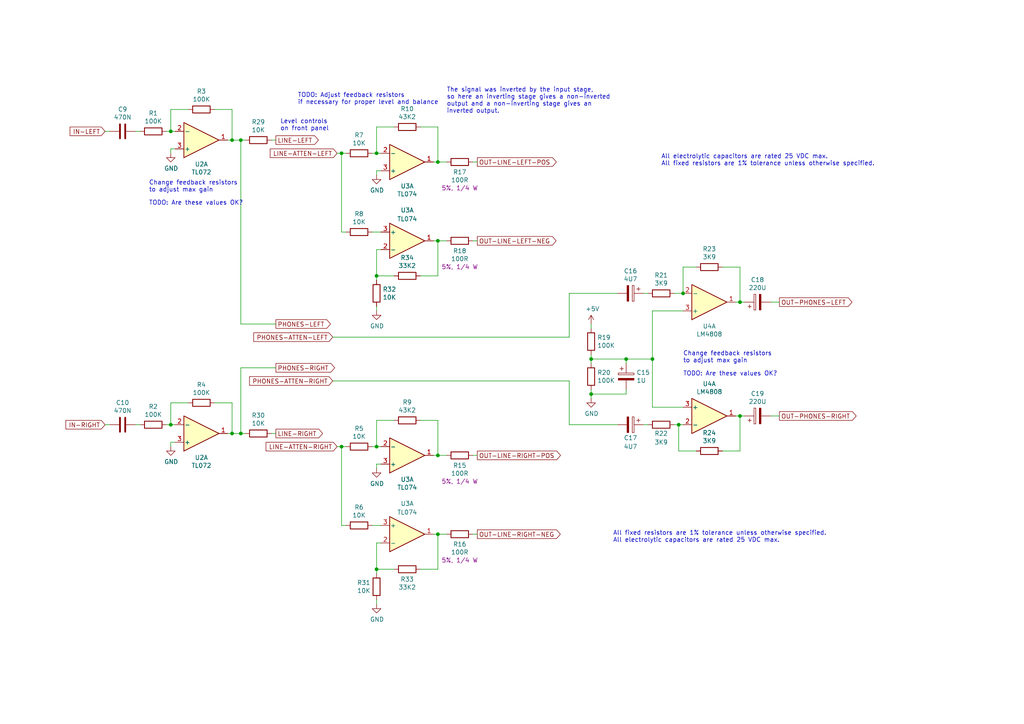
<source format=kicad_sch>
(kicad_sch (version 20211123) (generator eeschema)

  (uuid 0a1a4d88-972a-46ce-b25e-6cb796bd41f7)

  (paper "A4")

  (title_block
    (title "Main - Eurorack Audiout Module")
    (date "2021-11-30")
    (rev "1.2")
    (company "Len Popp")
    (comment 1 "Copyright © 2021 Len Popp CC BY")
    (comment 2 "Stereo headphone and balanced line outputs with level controls, 4 HP")
  )

  (lib_symbols
    (symbol "-lmp-opamp:TL072" (pin_names (offset 0.127)) (in_bom yes) (on_board yes)
      (property "Reference" "U" (id 0) (at 0 5.08 0)
        (effects (font (size 1.27 1.27)) (justify left))
      )
      (property "Value" "TL072" (id 1) (at 0 -5.08 0)
        (effects (font (size 1.27 1.27)) (justify left))
      )
      (property "Footprint" "Package_DIP:DIP-8_W7.62mm" (id 2) (at 0 0 0)
        (effects (font (size 1.27 1.27)) hide)
      )
      (property "Datasheet" "https://www.ti.com/lit/ds/symlink/tl072b.pdf?ts=1628812694194" (id 3) (at 0 0 0)
        (effects (font (size 1.27 1.27)) hide)
      )
      (property "Manufacturer" "Texas Instruments" (id 4) (at 0 0 0)
        (effects (font (size 1.27 1.27)) hide)
      )
      (property "ManufacturerPartNum" "TL072BCP" (id 5) (at 0 0 0)
        (effects (font (size 1.27 1.27)) hide)
      )
      (property "Distributor" "Mouser" (id 6) (at 0 0 0)
        (effects (font (size 1.27 1.27)) hide)
      )
      (property "DistributorPartNum" "595-TL072BCP" (id 7) (at 0 0 0)
        (effects (font (size 1.27 1.27)) hide)
      )
      (property "DistributorPartLink" "https://www.mouser.ca/ProductDetail/Texas-Instruments/TL072BCP?qs=p6YqzpSxLIxmo8AyZLsP4g%3D%3D" (id 8) (at 0 0 0)
        (effects (font (size 1.27 1.27)) hide)
      )
      (property "ki_locked" "" (id 9) (at 0 0 0)
        (effects (font (size 1.27 1.27)))
      )
      (property "ki_keywords" "quad opamp" (id 10) (at 0 0 0)
        (effects (font (size 1.27 1.27)) hide)
      )
      (property "ki_description" "Dual Low-Noise JFET-Input Operational Amplifiers, DIP-8/SOIC-8" (id 11) (at 0 0 0)
        (effects (font (size 1.27 1.27)) hide)
      )
      (property "ki_fp_filters" "SOIC*3.9x4.9mm*P1.27mm* DIP*W7.62mm* TO*99* OnSemi*Micro8* TSSOP*3x3mm*P0.65mm* TSSOP*4.4x3mm*P0.65mm* MSOP*3x3mm*P0.65mm* SSOP*3.9x4.9mm*P0.635mm* LFCSP*2x2mm*P0.5mm* *SIP* SOIC*5.3x6.2mm*P1.27mm*" (id 12) (at 0 0 0)
        (effects (font (size 1.27 1.27)) hide)
      )
      (symbol "TL072_1_1"
        (polyline
          (pts
            (xy -5.08 5.08)
            (xy 5.08 0)
            (xy -5.08 -5.08)
            (xy -5.08 5.08)
          )
          (stroke (width 0.254) (type default) (color 0 0 0 0))
          (fill (type background))
        )
        (pin output line (at 7.62 0 180) (length 2.54)
          (name "~" (effects (font (size 1.27 1.27))))
          (number "1" (effects (font (size 1.27 1.27))))
        )
        (pin input line (at -7.62 -2.54 0) (length 2.54)
          (name "-" (effects (font (size 1.27 1.27))))
          (number "2" (effects (font (size 1.27 1.27))))
        )
        (pin input line (at -7.62 2.54 0) (length 2.54)
          (name "+" (effects (font (size 1.27 1.27))))
          (number "3" (effects (font (size 1.27 1.27))))
        )
      )
      (symbol "TL072_2_1"
        (polyline
          (pts
            (xy -5.08 5.08)
            (xy 5.08 0)
            (xy -5.08 -5.08)
            (xy -5.08 5.08)
          )
          (stroke (width 0.254) (type default) (color 0 0 0 0))
          (fill (type background))
        )
        (pin input line (at -7.62 2.54 0) (length 2.54)
          (name "+" (effects (font (size 1.27 1.27))))
          (number "5" (effects (font (size 1.27 1.27))))
        )
        (pin input line (at -7.62 -2.54 0) (length 2.54)
          (name "-" (effects (font (size 1.27 1.27))))
          (number "6" (effects (font (size 1.27 1.27))))
        )
        (pin output line (at 7.62 0 180) (length 2.54)
          (name "~" (effects (font (size 1.27 1.27))))
          (number "7" (effects (font (size 1.27 1.27))))
        )
      )
      (symbol "TL072_3_1"
        (pin power_in line (at -2.54 -7.62 90) (length 3.81)
          (name "V-" (effects (font (size 1.27 1.27))))
          (number "4" (effects (font (size 1.27 1.27))))
        )
        (pin power_in line (at -2.54 7.62 270) (length 3.81)
          (name "V+" (effects (font (size 1.27 1.27))))
          (number "8" (effects (font (size 1.27 1.27))))
        )
      )
    )
    (symbol "-lmp-opamp:TL074" (pin_names (offset 0.127)) (in_bom yes) (on_board yes)
      (property "Reference" "U" (id 0) (at 0 5.08 0)
        (effects (font (size 1.27 1.27)) (justify left))
      )
      (property "Value" "TL074" (id 1) (at 0 -5.08 0)
        (effects (font (size 1.27 1.27)) (justify left))
      )
      (property "Footprint" "Package_DIP:DIP-14_W7.62mm" (id 2) (at -1.27 2.54 0)
        (effects (font (size 1.27 1.27)) hide)
      )
      (property "Datasheet" "http://www.ti.com/lit/ds/symlink/tl071.pdf" (id 3) (at 1.27 5.08 0)
        (effects (font (size 1.27 1.27)) hide)
      )
      (property "Manufacturer" "Texas Instruments" (id 4) (at 0 0 0)
        (effects (font (size 1.27 1.27)) hide)
      )
      (property "ManufacturerPartNum" "TL074BCN" (id 5) (at 0 0 0)
        (effects (font (size 1.27 1.27)) hide)
      )
      (property "Distributor" "Mouser" (id 6) (at 0 0 0)
        (effects (font (size 1.27 1.27)) hide)
      )
      (property "DistributorPartNum" "595-TL074BCN" (id 7) (at 0 0 0)
        (effects (font (size 1.27 1.27)) hide)
      )
      (property "DistributorPartLink" "https://www.mouser.ca/ProductDetail/?qs=vxEfx8VrU7BHurOY5iQdiA%3D%3D" (id 8) (at 0 0 0)
        (effects (font (size 1.27 1.27)) hide)
      )
      (property "ki_locked" "" (id 9) (at 0 0 0)
        (effects (font (size 1.27 1.27)))
      )
      (property "ki_keywords" "quad opamp" (id 10) (at 0 0 0)
        (effects (font (size 1.27 1.27)) hide)
      )
      (property "ki_description" "Quad Low-Noise JFET-Input Operational Amplifiers, DIP-14/SOIC-14" (id 11) (at 0 0 0)
        (effects (font (size 1.27 1.27)) hide)
      )
      (property "ki_fp_filters" "SOIC*3.9x8.7mm*P1.27mm* DIP*W7.62mm* TSSOP*4.4x5mm*P0.65mm* SSOP*5.3x6.2mm*P0.65mm* MSOP*3x3mm*P0.5mm*" (id 12) (at 0 0 0)
        (effects (font (size 1.27 1.27)) hide)
      )
      (symbol "TL074_1_1"
        (polyline
          (pts
            (xy -5.08 5.08)
            (xy 5.08 0)
            (xy -5.08 -5.08)
            (xy -5.08 5.08)
          )
          (stroke (width 0.254) (type default) (color 0 0 0 0))
          (fill (type background))
        )
        (pin output line (at 7.62 0 180) (length 2.54)
          (name "~" (effects (font (size 1.27 1.27))))
          (number "1" (effects (font (size 1.27 1.27))))
        )
        (pin input line (at -7.62 -2.54 0) (length 2.54)
          (name "-" (effects (font (size 1.27 1.27))))
          (number "2" (effects (font (size 1.27 1.27))))
        )
        (pin input line (at -7.62 2.54 0) (length 2.54)
          (name "+" (effects (font (size 1.27 1.27))))
          (number "3" (effects (font (size 1.27 1.27))))
        )
      )
      (symbol "TL074_2_1"
        (polyline
          (pts
            (xy -5.08 5.08)
            (xy 5.08 0)
            (xy -5.08 -5.08)
            (xy -5.08 5.08)
          )
          (stroke (width 0.254) (type default) (color 0 0 0 0))
          (fill (type background))
        )
        (pin input line (at -7.62 2.54 0) (length 2.54)
          (name "+" (effects (font (size 1.27 1.27))))
          (number "5" (effects (font (size 1.27 1.27))))
        )
        (pin input line (at -7.62 -2.54 0) (length 2.54)
          (name "-" (effects (font (size 1.27 1.27))))
          (number "6" (effects (font (size 1.27 1.27))))
        )
        (pin output line (at 7.62 0 180) (length 2.54)
          (name "~" (effects (font (size 1.27 1.27))))
          (number "7" (effects (font (size 1.27 1.27))))
        )
      )
      (symbol "TL074_3_1"
        (polyline
          (pts
            (xy -5.08 5.08)
            (xy 5.08 0)
            (xy -5.08 -5.08)
            (xy -5.08 5.08)
          )
          (stroke (width 0.254) (type default) (color 0 0 0 0))
          (fill (type background))
        )
        (pin input line (at -7.62 2.54 0) (length 2.54)
          (name "+" (effects (font (size 1.27 1.27))))
          (number "10" (effects (font (size 1.27 1.27))))
        )
        (pin output line (at 7.62 0 180) (length 2.54)
          (name "~" (effects (font (size 1.27 1.27))))
          (number "8" (effects (font (size 1.27 1.27))))
        )
        (pin input line (at -7.62 -2.54 0) (length 2.54)
          (name "-" (effects (font (size 1.27 1.27))))
          (number "9" (effects (font (size 1.27 1.27))))
        )
      )
      (symbol "TL074_4_1"
        (polyline
          (pts
            (xy -5.08 5.08)
            (xy 5.08 0)
            (xy -5.08 -5.08)
            (xy -5.08 5.08)
          )
          (stroke (width 0.254) (type default) (color 0 0 0 0))
          (fill (type background))
        )
        (pin input line (at -7.62 2.54 0) (length 2.54)
          (name "+" (effects (font (size 1.27 1.27))))
          (number "12" (effects (font (size 1.27 1.27))))
        )
        (pin input line (at -7.62 -2.54 0) (length 2.54)
          (name "-" (effects (font (size 1.27 1.27))))
          (number "13" (effects (font (size 1.27 1.27))))
        )
        (pin output line (at 7.62 0 180) (length 2.54)
          (name "~" (effects (font (size 1.27 1.27))))
          (number "14" (effects (font (size 1.27 1.27))))
        )
      )
      (symbol "TL074_5_1"
        (pin power_in line (at -2.54 -7.62 90) (length 3.81)
          (name "V-" (effects (font (size 1.27 1.27))))
          (number "11" (effects (font (size 1.27 1.27))))
        )
        (pin power_in line (at -2.54 7.62 270) (length 3.81)
          (name "V+" (effects (font (size 1.27 1.27))))
          (number "4" (effects (font (size 1.27 1.27))))
        )
      )
    )
    (symbol "-lmp-power:+5V" (power) (pin_names (offset 0)) (in_bom yes) (on_board yes)
      (property "Reference" "#PWR" (id 0) (at 0 -3.81 0)
        (effects (font (size 1.27 1.27)) hide)
      )
      (property "Value" "+5V" (id 1) (at 0 3.556 0)
        (effects (font (size 1.27 1.27)))
      )
      (property "Footprint" "" (id 2) (at 0 0 0)
        (effects (font (size 1.27 1.27)) hide)
      )
      (property "Datasheet" "" (id 3) (at 0 0 0)
        (effects (font (size 1.27 1.27)) hide)
      )
      (property "ki_keywords" "power-flag" (id 4) (at 0 0 0)
        (effects (font (size 1.27 1.27)) hide)
      )
      (property "ki_description" "Power symbol creates a global label with name \"+5V\"" (id 5) (at 0 0 0)
        (effects (font (size 1.27 1.27)) hide)
      )
      (symbol "+5V_0_1"
        (polyline
          (pts
            (xy -0.762 1.27)
            (xy 0 2.54)
          )
          (stroke (width 0) (type default) (color 0 0 0 0))
          (fill (type none))
        )
        (polyline
          (pts
            (xy 0 0)
            (xy 0 2.54)
          )
          (stroke (width 0) (type default) (color 0 0 0 0))
          (fill (type none))
        )
        (polyline
          (pts
            (xy 0 2.54)
            (xy 0.762 1.27)
          )
          (stroke (width 0) (type default) (color 0 0 0 0))
          (fill (type none))
        )
      )
      (symbol "+5V_1_1"
        (pin power_in line (at 0 0 90) (length 0) hide
          (name "+5V" (effects (font (size 1.27 1.27))))
          (number "1" (effects (font (size 1.27 1.27))))
        )
      )
    )
    (symbol "-lmp-power:GND" (power) (pin_names (offset 0)) (in_bom yes) (on_board yes)
      (property "Reference" "#PWR" (id 0) (at 0 -6.35 0)
        (effects (font (size 1.27 1.27)) hide)
      )
      (property "Value" "GND" (id 1) (at 0 -3.81 0)
        (effects (font (size 1.27 1.27)))
      )
      (property "Footprint" "" (id 2) (at 0 0 0)
        (effects (font (size 1.27 1.27)) hide)
      )
      (property "Datasheet" "" (id 3) (at 0 0 0)
        (effects (font (size 1.27 1.27)) hide)
      )
      (property "ki_keywords" "power-flag" (id 4) (at 0 0 0)
        (effects (font (size 1.27 1.27)) hide)
      )
      (property "ki_description" "Power symbol creates a global label with name \"GND\" , ground" (id 5) (at 0 0 0)
        (effects (font (size 1.27 1.27)) hide)
      )
      (symbol "GND_0_1"
        (polyline
          (pts
            (xy 0 0)
            (xy 0 -1.27)
            (xy 1.27 -1.27)
            (xy 0 -2.54)
            (xy -1.27 -1.27)
            (xy 0 -1.27)
          )
          (stroke (width 0) (type default) (color 0 0 0 0))
          (fill (type none))
        )
      )
      (symbol "GND_1_1"
        (pin power_in line (at 0 0 270) (length 0) hide
          (name "GND" (effects (font (size 1.27 1.27))))
          (number "1" (effects (font (size 1.27 1.27))))
        )
      )
    )
    (symbol "-lmp-synth:LM4808" (pin_names (offset 0.127)) (in_bom yes) (on_board yes)
      (property "Reference" "U" (id 0) (at 0 5.08 0)
        (effects (font (size 1.27 1.27)) (justify left))
      )
      (property "Value" "LM4808" (id 1) (at 0 -5.08 0)
        (effects (font (size 1.27 1.27)) (justify left))
      )
      (property "Footprint" "-lmp-misc:SOIC-8_5.275x5.275mm_P1.27mm" (id 2) (at 0 0 0)
        (effects (font (size 1.27 1.27)) hide)
      )
      (property "Datasheet" "https://www.ti.com/lit/ds/symlink/lm4808.pdf" (id 3) (at 0 0 0)
        (effects (font (size 1.27 1.27)) hide)
      )
      (property "ki_locked" "" (id 4) (at 0 0 0)
        (effects (font (size 1.27 1.27)))
      )
      (property "ki_keywords" "dual audio amplifier" (id 5) (at 0 0 0)
        (effects (font (size 1.27 1.27)) hide)
      )
      (property "ki_description" "Dual Audio Amplifiers" (id 6) (at 0 0 0)
        (effects (font (size 1.27 1.27)) hide)
      )
      (property "ki_fp_filters" "SOIC-8_* VSSOP-8_*" (id 7) (at 0 0 0)
        (effects (font (size 1.27 1.27)) hide)
      )
      (symbol "LM4808_1_1"
        (polyline
          (pts
            (xy -5.08 5.08)
            (xy 5.08 0)
            (xy -5.08 -5.08)
            (xy -5.08 5.08)
          )
          (stroke (width 0.254) (type default) (color 0 0 0 0))
          (fill (type background))
        )
        (pin output line (at 7.62 0 180) (length 2.54)
          (name "~" (effects (font (size 1.27 1.27))))
          (number "1" (effects (font (size 1.27 1.27))))
        )
        (pin input line (at -7.62 -2.54 0) (length 2.54)
          (name "-" (effects (font (size 1.27 1.27))))
          (number "2" (effects (font (size 1.27 1.27))))
        )
        (pin input line (at -7.62 2.54 0) (length 2.54)
          (name "+" (effects (font (size 1.27 1.27))))
          (number "3" (effects (font (size 1.27 1.27))))
        )
      )
      (symbol "LM4808_2_1"
        (polyline
          (pts
            (xy -5.08 5.08)
            (xy 5.08 0)
            (xy -5.08 -5.08)
            (xy -5.08 5.08)
          )
          (stroke (width 0.254) (type default) (color 0 0 0 0))
          (fill (type background))
        )
        (pin input line (at -7.62 2.54 0) (length 2.54)
          (name "+" (effects (font (size 1.27 1.27))))
          (number "5" (effects (font (size 1.27 1.27))))
        )
        (pin input line (at -7.62 -2.54 0) (length 2.54)
          (name "-" (effects (font (size 1.27 1.27))))
          (number "6" (effects (font (size 1.27 1.27))))
        )
        (pin output line (at 7.62 0 180) (length 2.54)
          (name "~" (effects (font (size 1.27 1.27))))
          (number "7" (effects (font (size 1.27 1.27))))
        )
      )
      (symbol "LM4808_3_1"
        (pin power_in line (at -2.54 -7.62 90) (length 3.81)
          (name "GND" (effects (font (size 1.27 1.27))))
          (number "4" (effects (font (size 1.27 1.27))))
        )
        (pin power_in line (at -2.54 7.62 270) (length 3.81)
          (name "V+" (effects (font (size 1.27 1.27))))
          (number "8" (effects (font (size 1.27 1.27))))
        )
      )
    )
    (symbol "-lmp-synth:R_1K_Output" (pin_numbers hide) (pin_names (offset 0)) (in_bom yes) (on_board yes)
      (property "Reference" "R" (id 0) (at -2.286 0 90)
        (effects (font (size 1.27 1.27)))
      )
      (property "Value" "R_1K_Output" (id 1) (at 2.413 0 90)
        (effects (font (size 1.27 1.27)))
      )
      (property "Footprint" "-lmp-misc:R_Axial_DIN0207_L6.3mm_D2.5mm_P10.16mm_Horizontal" (id 2) (at -1.778 0 90)
        (effects (font (size 1.27 1.27)) hide)
      )
      (property "Datasheet" "https://www.mouser.ca/datasheet/2/427/ccf07-1762725.pdf" (id 3) (at 0 0 0)
        (effects (font (size 1.27 1.27)) hide)
      )
      (property "Value2" "5%, 1/4 W" (id 4) (at 4.445 0 90)
        (effects (font (size 1.27 1.27)))
      )
      (property "Note" "Output limiting" (id 5) (at -1.905 -1.905 90)
        (effects (font (size 1.27 1.27)) hide)
      )
      (property "Manufacturer" "Vishay / Dale" (id 6) (at 0 0 0)
        (effects (font (size 1.27 1.27)) hide)
      )
      (property "ManufacturerPartNum" "CCF071K00JKE36" (id 7) (at 0 0 0)
        (effects (font (size 1.27 1.27)) hide)
      )
      (property "Distributor" "Mouser" (id 8) (at -1.905 0 90)
        (effects (font (size 1.27 1.27)) hide)
      )
      (property "DistributorPartNum" "71-CCF071K00JKE36" (id 9) (at 0 0 0)
        (effects (font (size 1.27 1.27)) hide)
      )
      (property "DistributorPartLink" "https://www.mouser.ca/ProductDetail/Vishay-Dale/CCF071K00JKE36?qs=sGAEpiMZZMsPqMdJzcrNwqw41JD0NFylHV1MADcQnpo%3D" (id 10) (at 0 0 0)
        (effects (font (size 1.27 1.27)) hide)
      )
      (property "ki_keywords" "R res resistor" (id 11) (at 0 0 0)
        (effects (font (size 1.27 1.27)) hide)
      )
      (property "ki_description" "Resistor" (id 12) (at 0 0 0)
        (effects (font (size 1.27 1.27)) hide)
      )
      (property "ki_fp_filters" "R_*" (id 13) (at 0 0 0)
        (effects (font (size 1.27 1.27)) hide)
      )
      (symbol "R_1K_Output_0_1"
        (rectangle (start -1.016 -2.54) (end 1.016 2.54)
          (stroke (width 0.254) (type default) (color 0 0 0 0))
          (fill (type none))
        )
      )
      (symbol "R_1K_Output_1_1"
        (pin passive line (at 0 3.81 270) (length 1.27)
          (name "~" (effects (font (size 1.27 1.27))))
          (number "1" (effects (font (size 1.27 1.27))))
        )
        (pin passive line (at 0 -3.81 90) (length 1.27)
          (name "~" (effects (font (size 1.27 1.27))))
          (number "2" (effects (font (size 1.27 1.27))))
        )
      )
    )
    (symbol "-lmp:CF" (pin_numbers hide) (pin_names (offset 0.254)) (in_bom yes) (on_board yes)
      (property "Reference" "C" (id 0) (at 0.635 2.54 0)
        (effects (font (size 1.27 1.27)) (justify left))
      )
      (property "Value" "CF" (id 1) (at 0.635 -2.54 0)
        (effects (font (size 1.27 1.27)) (justify left))
      )
      (property "Footprint" "" (id 2) (at 0.9652 -3.81 0)
        (effects (font (size 1.27 1.27)) hide)
      )
      (property "Datasheet" "~" (id 3) (at 0 0 0)
        (effects (font (size 1.27 1.27)) hide)
      )
      (property "ki_keywords" "cap capacitor film" (id 4) (at 0 0 0)
        (effects (font (size 1.27 1.27)) hide)
      )
      (property "ki_description" "Capacitor - Film" (id 5) (at 0 0 0)
        (effects (font (size 1.27 1.27)) hide)
      )
      (property "ki_fp_filters" "C_*" (id 6) (at 0 0 0)
        (effects (font (size 1.27 1.27)) hide)
      )
      (symbol "CF_0_1"
        (polyline
          (pts
            (xy -2.032 -0.762)
            (xy 2.032 -0.762)
          )
          (stroke (width 0.508) (type default) (color 0 0 0 0))
          (fill (type none))
        )
        (polyline
          (pts
            (xy -2.032 0.762)
            (xy 2.032 0.762)
          )
          (stroke (width 0.508) (type default) (color 0 0 0 0))
          (fill (type none))
        )
      )
      (symbol "CF_1_1"
        (pin passive line (at 0 3.81 270) (length 2.794)
          (name "~" (effects (font (size 1.27 1.27))))
          (number "1" (effects (font (size 1.27 1.27))))
        )
        (pin passive line (at 0 -3.81 90) (length 2.794)
          (name "~" (effects (font (size 1.27 1.27))))
          (number "2" (effects (font (size 1.27 1.27))))
        )
      )
    )
    (symbol "-lmp:CP" (pin_numbers hide) (pin_names (offset 0.254)) (in_bom yes) (on_board yes)
      (property "Reference" "C" (id 0) (at 0.635 2.54 0)
        (effects (font (size 1.27 1.27)) (justify left))
      )
      (property "Value" "CP" (id 1) (at 0.635 -2.54 0)
        (effects (font (size 1.27 1.27)) (justify left))
      )
      (property "Footprint" "" (id 2) (at 0.9652 -3.81 0)
        (effects (font (size 1.27 1.27)) hide)
      )
      (property "Datasheet" "~" (id 3) (at 0 0 0)
        (effects (font (size 1.27 1.27)) hide)
      )
      (property "ki_keywords" "cap capacitor electrolytic" (id 4) (at 0 0 0)
        (effects (font (size 1.27 1.27)) hide)
      )
      (property "ki_description" "Capacitor - Electrolytic" (id 5) (at 0 0 0)
        (effects (font (size 1.27 1.27)) hide)
      )
      (property "ki_fp_filters" "CP_*" (id 6) (at 0 0 0)
        (effects (font (size 1.27 1.27)) hide)
      )
      (symbol "CP_0_1"
        (rectangle (start -2.286 0.508) (end 2.286 1.016)
          (stroke (width 0) (type default) (color 0 0 0 0))
          (fill (type none))
        )
        (polyline
          (pts
            (xy -1.778 2.286)
            (xy -0.762 2.286)
          )
          (stroke (width 0) (type default) (color 0 0 0 0))
          (fill (type none))
        )
        (polyline
          (pts
            (xy -1.27 2.794)
            (xy -1.27 1.778)
          )
          (stroke (width 0) (type default) (color 0 0 0 0))
          (fill (type none))
        )
        (rectangle (start 2.286 -0.508) (end -2.286 -1.016)
          (stroke (width 0) (type default) (color 0 0 0 0))
          (fill (type outline))
        )
      )
      (symbol "CP_1_1"
        (pin passive line (at 0 3.81 270) (length 2.794)
          (name "~" (effects (font (size 1.27 1.27))))
          (number "1" (effects (font (size 1.27 1.27))))
        )
        (pin passive line (at 0 -3.81 90) (length 2.794)
          (name "~" (effects (font (size 1.27 1.27))))
          (number "2" (effects (font (size 1.27 1.27))))
        )
      )
    )
    (symbol "-lmp:R" (pin_numbers hide) (pin_names (offset 0)) (in_bom yes) (on_board yes)
      (property "Reference" "R" (id 0) (at -2.286 0 90)
        (effects (font (size 1.27 1.27)))
      )
      (property "Value" "R" (id 1) (at 2.413 0 90)
        (effects (font (size 1.27 1.27)))
      )
      (property "Footprint" "-lmp-misc:R_Axial_DIN0207_L6.3mm_D2.5mm_P7.62mm_Horizontal" (id 2) (at -1.778 0 90)
        (effects (font (size 1.27 1.27)) hide)
      )
      (property "Datasheet" "https://www.mouser.ca/datasheet/2/447/Yageo_LR_MFR_1-1714151.pdf" (id 3) (at 0 0 0)
        (effects (font (size 1.27 1.27)) hide)
      )
      (property "Value2" "1%, 1/6 W" (id 4) (at 4.318 0 90)
        (effects (font (size 1.27 1.27)) hide)
      )
      (property "Manufacturer" "YAGEO" (id 5) (at 0 0 0)
        (effects (font (size 1.27 1.27)) hide)
      )
      (property "ManufacturerPartNum" "MFR-12*" (id 6) (at 0 0 0)
        (effects (font (size 1.27 1.27)) hide)
      )
      (property "Distributor" "Mouser" (id 7) (at 0 0 0)
        (effects (font (size 1.27 1.27)) hide)
      )
      (property "DistributorPartNum" "603-MFR-12*" (id 8) (at 0 0 0)
        (effects (font (size 1.27 1.27)) hide)
      )
      (property "DistributorPartLink" "https://www.mouser.ca/c/passive-components/resistors/film-resistors/metal-film-resistors-through-hole/?m=YAGEO&power%20rating=166%20mW%20%281%2F6%20W%29&tolerance=1%20%25&instock=y" (id 9) (at 0 0 0)
        (effects (font (size 1.27 1.27)) hide)
      )
      (property "ki_keywords" "R res resistor" (id 10) (at 0 0 0)
        (effects (font (size 1.27 1.27)) hide)
      )
      (property "ki_description" "Resistor" (id 11) (at 0 0 0)
        (effects (font (size 1.27 1.27)) hide)
      )
      (property "ki_fp_filters" "R_*" (id 12) (at 0 0 0)
        (effects (font (size 1.27 1.27)) hide)
      )
      (symbol "R_0_1"
        (rectangle (start -1.016 -2.54) (end 1.016 2.54)
          (stroke (width 0.254) (type default) (color 0 0 0 0))
          (fill (type none))
        )
      )
      (symbol "R_1_1"
        (pin passive line (at 0 3.81 270) (length 1.27)
          (name "~" (effects (font (size 1.27 1.27))))
          (number "1" (effects (font (size 1.27 1.27))))
        )
        (pin passive line (at 0 -3.81 90) (length 1.27)
          (name "~" (effects (font (size 1.27 1.27))))
          (number "2" (effects (font (size 1.27 1.27))))
        )
      )
    )
  )

  (junction (at 99.06 44.45) (diameter 0) (color 0 0 0 0)
    (uuid 051b8cb0-ae77-4e09-98a7-bf2103319e66)
  )
  (junction (at 49.53 38.1) (diameter 0) (color 0 0 0 0)
    (uuid 0ceb97d6-1b0f-4b71-921e-b0955c30c998)
  )
  (junction (at 214.63 87.63) (diameter 0) (color 0 0 0 0)
    (uuid 283c990c-ae5a-4e41-a3ad-b40ca29fe90e)
  )
  (junction (at 67.31 40.64) (diameter 0) (color 0 0 0 0)
    (uuid 2b5a9ad3-7ec4-447d-916c-47adf5f9674f)
  )
  (junction (at 127 69.85) (diameter 0) (color 0 0 0 0)
    (uuid 3b65c51e-c243-447e-bee9-832d94c1630e)
  )
  (junction (at 171.45 104.14) (diameter 0) (color 0 0 0 0)
    (uuid 582622a2-fad4-4737-9a80-be9fffbba8ab)
  )
  (junction (at 198.12 85.09) (diameter 0) (color 0 0 0 0)
    (uuid 5889287d-b845-4684-b23e-663811b25d27)
  )
  (junction (at 99.06 129.54) (diameter 0) (color 0 0 0 0)
    (uuid 626679e8-6101-4722-ac57-5b8d9dab4c8b)
  )
  (junction (at 127 132.08) (diameter 0) (color 0 0 0 0)
    (uuid 63caf46e-0228-40de-b819-c6bd29dd1711)
  )
  (junction (at 189.23 104.14) (diameter 0) (color 0 0 0 0)
    (uuid 75b944f9-bf25-4dc7-8104-e9f80b4f359b)
  )
  (junction (at 109.22 129.54) (diameter 0) (color 0 0 0 0)
    (uuid 761c8e29-382a-475c-a37a-7201cc9cd0f5)
  )
  (junction (at 109.22 80.01) (diameter 0) (color 0 0 0 0)
    (uuid 88deea08-baa5-4041-beb7-01c299cf00e6)
  )
  (junction (at 69.85 125.73) (diameter 0) (color 0 0 0 0)
    (uuid 8cb2cd3a-4ef9-4ae5-b6bc-2b1d16f657d6)
  )
  (junction (at 196.85 123.19) (diameter 0) (color 0 0 0 0)
    (uuid 91fe070a-a49b-4bc5-805a-42f23e10d114)
  )
  (junction (at 127 154.94) (diameter 0) (color 0 0 0 0)
    (uuid 92761c09-a591-4c8e-af4d-e0e2262cb01d)
  )
  (junction (at 214.63 120.65) (diameter 0) (color 0 0 0 0)
    (uuid a8fb8ee0-623f-4870-a716-ecc88f37ef9a)
  )
  (junction (at 109.22 165.1) (diameter 0) (color 0 0 0 0)
    (uuid ca9b74ce-0dee-401c-9544-f599f4cf538d)
  )
  (junction (at 49.53 123.19) (diameter 0) (color 0 0 0 0)
    (uuid cb083d38-4f11-4a80-8b19-ab751c405e4a)
  )
  (junction (at 181.61 104.14) (diameter 0) (color 0 0 0 0)
    (uuid d3e133b7-2c84-4206-a2b1-e693cb57fe56)
  )
  (junction (at 109.22 44.45) (diameter 0) (color 0 0 0 0)
    (uuid db851147-6a1e-4d19-898c-0ba71182359b)
  )
  (junction (at 67.31 125.73) (diameter 0) (color 0 0 0 0)
    (uuid dc1d84c8-33da-4489-be8e-2a1de3001779)
  )
  (junction (at 127 46.99) (diameter 0) (color 0 0 0 0)
    (uuid e87a6f80-914f-4f62-9c9f-9ba62a88ee3d)
  )
  (junction (at 69.85 40.64) (diameter 0) (color 0 0 0 0)
    (uuid f5c43e09-08d6-4a29-a53a-3b9ea7fb34cd)
  )
  (junction (at 171.45 114.3) (diameter 0) (color 0 0 0 0)
    (uuid fe14c012-3d58-4e5e-9a37-4b9765a7f764)
  )

  (wire (pts (xy 214.63 120.65) (xy 215.9 120.65))
    (stroke (width 0) (type default) (color 0 0 0 0))
    (uuid 05f2859d-2820-4e84-b395-696011feb13b)
  )
  (wire (pts (xy 109.22 166.37) (xy 109.22 165.1))
    (stroke (width 0) (type default) (color 0 0 0 0))
    (uuid 099473f1-6598-46ff-a50f-4c520832170d)
  )
  (wire (pts (xy 109.22 129.54) (xy 110.49 129.54))
    (stroke (width 0) (type default) (color 0 0 0 0))
    (uuid 0ba17a9b-d889-426c-b4fe-048bed6b6be8)
  )
  (wire (pts (xy 39.37 38.1) (xy 40.64 38.1))
    (stroke (width 0) (type default) (color 0 0 0 0))
    (uuid 0fafc6b9-fd35-4a55-9270-7a8e7ce3cb13)
  )
  (wire (pts (xy 49.53 38.1) (xy 50.8 38.1))
    (stroke (width 0) (type default) (color 0 0 0 0))
    (uuid 1241b7f2-e266-4f5c-8a97-9f0f9d0eef37)
  )
  (wire (pts (xy 110.49 67.31) (xy 107.95 67.31))
    (stroke (width 0) (type default) (color 0 0 0 0))
    (uuid 15699041-ed40-45ee-87d8-f5e206a88536)
  )
  (wire (pts (xy 165.1 123.19) (xy 179.07 123.19))
    (stroke (width 0) (type default) (color 0 0 0 0))
    (uuid 18d11f32-e1a6-4f29-8e3c-0bfeb07299bd)
  )
  (wire (pts (xy 109.22 121.92) (xy 109.22 129.54))
    (stroke (width 0) (type default) (color 0 0 0 0))
    (uuid 199124ca-dd64-45cf-a063-97cc545cbea7)
  )
  (wire (pts (xy 109.22 36.83) (xy 109.22 44.45))
    (stroke (width 0) (type default) (color 0 0 0 0))
    (uuid 1bd80cf9-f42a-4aee-a408-9dbf4e81e625)
  )
  (wire (pts (xy 181.61 104.14) (xy 181.61 105.41))
    (stroke (width 0) (type default) (color 0 0 0 0))
    (uuid 1dfbf353-5b24-4c0f-8322-8fcd514ae75e)
  )
  (wire (pts (xy 49.53 123.19) (xy 50.8 123.19))
    (stroke (width 0) (type default) (color 0 0 0 0))
    (uuid 212bf70c-2324-47d9-8700-59771063baeb)
  )
  (wire (pts (xy 189.23 104.14) (xy 189.23 118.11))
    (stroke (width 0) (type default) (color 0 0 0 0))
    (uuid 2165c9a4-eb84-4cb6-a870-2fdc39d2511b)
  )
  (wire (pts (xy 109.22 36.83) (xy 114.3 36.83))
    (stroke (width 0) (type default) (color 0 0 0 0))
    (uuid 2518d4ea-25cc-4e57-a0d6-8482034e7318)
  )
  (wire (pts (xy 198.12 85.09) (xy 198.12 77.47))
    (stroke (width 0) (type default) (color 0 0 0 0))
    (uuid 269f19c3-6824-45a8-be29-fa58d70cbb42)
  )
  (wire (pts (xy 127 69.85) (xy 127 80.01))
    (stroke (width 0) (type default) (color 0 0 0 0))
    (uuid 26a22c19-4cc5-4237-9651-0edc4f854154)
  )
  (wire (pts (xy 30.48 38.1) (xy 31.75 38.1))
    (stroke (width 0) (type default) (color 0 0 0 0))
    (uuid 27b2eb82-662b-42d8-90e6-830fec4bb8d2)
  )
  (wire (pts (xy 196.85 130.81) (xy 196.85 123.19))
    (stroke (width 0) (type default) (color 0 0 0 0))
    (uuid 2a1de22d-6451-488d-af77-0bf8841bd695)
  )
  (wire (pts (xy 171.45 104.14) (xy 171.45 102.87))
    (stroke (width 0) (type default) (color 0 0 0 0))
    (uuid 2e0a9f64-1b78-4597-8d50-d12d2268a95a)
  )
  (wire (pts (xy 165.1 85.09) (xy 179.07 85.09))
    (stroke (width 0) (type default) (color 0 0 0 0))
    (uuid 31f91ec8-56e4-4e08-9ccd-012652772211)
  )
  (wire (pts (xy 171.45 95.25) (xy 171.45 93.98))
    (stroke (width 0) (type default) (color 0 0 0 0))
    (uuid 337e8520-cbd2-42c0-8d17-743bab17cbbd)
  )
  (wire (pts (xy 48.26 123.19) (xy 49.53 123.19))
    (stroke (width 0) (type default) (color 0 0 0 0))
    (uuid 347562f5-b152-4e7b-8a69-40ca6daaaad4)
  )
  (wire (pts (xy 80.01 40.64) (xy 78.74 40.64))
    (stroke (width 0) (type default) (color 0 0 0 0))
    (uuid 34c0bee6-7425-4435-8857-d1fe8dfb6d89)
  )
  (wire (pts (xy 99.06 44.45) (xy 100.33 44.45))
    (stroke (width 0) (type default) (color 0 0 0 0))
    (uuid 35c09d1f-2914-4d1e-a002-df30af772f3b)
  )
  (wire (pts (xy 49.53 43.18) (xy 50.8 43.18))
    (stroke (width 0) (type default) (color 0 0 0 0))
    (uuid 35ef9c4a-35f6-467b-a704-b1d9354880cf)
  )
  (wire (pts (xy 71.12 125.73) (xy 69.85 125.73))
    (stroke (width 0) (type default) (color 0 0 0 0))
    (uuid 386ad9e3-71fa-420f-8722-88548b024fc5)
  )
  (wire (pts (xy 198.12 77.47) (xy 201.93 77.47))
    (stroke (width 0) (type default) (color 0 0 0 0))
    (uuid 38cfe839-c630-43d3-a9ec-6a89ba9e318a)
  )
  (wire (pts (xy 109.22 49.53) (xy 110.49 49.53))
    (stroke (width 0) (type default) (color 0 0 0 0))
    (uuid 3d552623-2969-4b15-8623-368144f225e9)
  )
  (wire (pts (xy 114.3 80.01) (xy 109.22 80.01))
    (stroke (width 0) (type default) (color 0 0 0 0))
    (uuid 402c62e6-8d8e-473a-a0cf-2b86e4908cd7)
  )
  (wire (pts (xy 109.22 134.62) (xy 110.49 134.62))
    (stroke (width 0) (type default) (color 0 0 0 0))
    (uuid 4086cbd7-6ba7-4e63-8da9-17e60627ee17)
  )
  (wire (pts (xy 49.53 116.84) (xy 54.61 116.84))
    (stroke (width 0) (type default) (color 0 0 0 0))
    (uuid 44035e53-ff94-45ad-801f-55a1ce042a0d)
  )
  (wire (pts (xy 213.36 87.63) (xy 214.63 87.63))
    (stroke (width 0) (type default) (color 0 0 0 0))
    (uuid 49575217-40b0-4890-8acf-12982cca52b5)
  )
  (wire (pts (xy 214.63 77.47) (xy 214.63 87.63))
    (stroke (width 0) (type default) (color 0 0 0 0))
    (uuid 4cafb73d-1ad8-4d24-acf7-63d78095ae46)
  )
  (wire (pts (xy 109.22 157.48) (xy 109.22 165.1))
    (stroke (width 0) (type default) (color 0 0 0 0))
    (uuid 4cfd9a02-97ef-4af4-a6b8-db9be1a8fda5)
  )
  (wire (pts (xy 195.58 123.19) (xy 196.85 123.19))
    (stroke (width 0) (type default) (color 0 0 0 0))
    (uuid 501880c3-8633-456f-9add-0e8fa1932ba6)
  )
  (wire (pts (xy 214.63 120.65) (xy 214.63 130.81))
    (stroke (width 0) (type default) (color 0 0 0 0))
    (uuid 576f00e6-a1be-45d3-9b93-e26d9e0fe306)
  )
  (wire (pts (xy 127 36.83) (xy 127 46.99))
    (stroke (width 0) (type default) (color 0 0 0 0))
    (uuid 57f248a7-365e-4c42-b80d-5a7d1f9dfaf3)
  )
  (wire (pts (xy 137.16 46.99) (xy 138.43 46.99))
    (stroke (width 0) (type default) (color 0 0 0 0))
    (uuid 5b0a5a46-7b51-4262-a80e-d33dd1806615)
  )
  (wire (pts (xy 109.22 72.39) (xy 109.22 80.01))
    (stroke (width 0) (type default) (color 0 0 0 0))
    (uuid 5bab6a37-1fdf-4cf8-b571-44c962ed86e9)
  )
  (wire (pts (xy 69.85 106.68) (xy 80.01 106.68))
    (stroke (width 0) (type default) (color 0 0 0 0))
    (uuid 5d49e9a6-41dd-4072-adde-ef1036c1979b)
  )
  (wire (pts (xy 67.31 40.64) (xy 66.04 40.64))
    (stroke (width 0) (type default) (color 0 0 0 0))
    (uuid 6241e6d3-a754-45b6-9f7c-e43019b93226)
  )
  (wire (pts (xy 125.73 154.94) (xy 127 154.94))
    (stroke (width 0) (type default) (color 0 0 0 0))
    (uuid 631c7be5-8dc2-4df4-ab73-737bb928e763)
  )
  (wire (pts (xy 80.01 93.98) (xy 69.85 93.98))
    (stroke (width 0) (type default) (color 0 0 0 0))
    (uuid 6325c32f-c82a-4357-b022-f9c7e76f412e)
  )
  (wire (pts (xy 48.26 38.1) (xy 49.53 38.1))
    (stroke (width 0) (type default) (color 0 0 0 0))
    (uuid 66218487-e316-4467-9eba-79d4626ab24e)
  )
  (wire (pts (xy 49.53 129.54) (xy 49.53 128.27))
    (stroke (width 0) (type default) (color 0 0 0 0))
    (uuid 6a2bcc72-047b-4846-8583-1109e3552669)
  )
  (wire (pts (xy 189.23 118.11) (xy 198.12 118.11))
    (stroke (width 0) (type default) (color 0 0 0 0))
    (uuid 6afc19cf-38b4-47a3-bc2b-445b18724310)
  )
  (wire (pts (xy 71.12 40.64) (xy 69.85 40.64))
    (stroke (width 0) (type default) (color 0 0 0 0))
    (uuid 6cb535a7-247d-4f99-997d-c21b160eadfa)
  )
  (wire (pts (xy 109.22 90.17) (xy 109.22 88.9))
    (stroke (width 0) (type default) (color 0 0 0 0))
    (uuid 706c1cb9-5d96-4282-9efc-6147f0125147)
  )
  (wire (pts (xy 214.63 130.81) (xy 209.55 130.81))
    (stroke (width 0) (type default) (color 0 0 0 0))
    (uuid 713e0777-58b2-4487-baca-60d0ebed27c3)
  )
  (wire (pts (xy 107.95 129.54) (xy 109.22 129.54))
    (stroke (width 0) (type default) (color 0 0 0 0))
    (uuid 7233cb6b-d8fd-4fcd-9b4f-8b0ed19b1b12)
  )
  (wire (pts (xy 127 165.1) (xy 121.92 165.1))
    (stroke (width 0) (type default) (color 0 0 0 0))
    (uuid 751d823e-1d7b-4501-9658-d06d459b0e16)
  )
  (wire (pts (xy 69.85 40.64) (xy 69.85 93.98))
    (stroke (width 0) (type default) (color 0 0 0 0))
    (uuid 7c5f3091-7791-43b3-8d50-43f6a72274c9)
  )
  (wire (pts (xy 67.31 31.75) (xy 67.31 40.64))
    (stroke (width 0) (type default) (color 0 0 0 0))
    (uuid 7d0dab95-9e7a-486e-a1d7-fc48860fd57d)
  )
  (wire (pts (xy 67.31 125.73) (xy 66.04 125.73))
    (stroke (width 0) (type default) (color 0 0 0 0))
    (uuid 7f9683c1-2203-43df-8fa1-719a0dc360df)
  )
  (wire (pts (xy 125.73 69.85) (xy 127 69.85))
    (stroke (width 0) (type default) (color 0 0 0 0))
    (uuid 80095e91-6317-4cfb-9aea-884c9a1accc5)
  )
  (wire (pts (xy 189.23 90.17) (xy 198.12 90.17))
    (stroke (width 0) (type default) (color 0 0 0 0))
    (uuid 84d296ba-3d39-4264-ad19-947f90c54396)
  )
  (wire (pts (xy 165.1 85.09) (xy 165.1 97.79))
    (stroke (width 0) (type default) (color 0 0 0 0))
    (uuid 84d4e166-b429-409a-ab37-c6a10fd82ff5)
  )
  (wire (pts (xy 69.85 106.68) (xy 69.85 125.73))
    (stroke (width 0) (type default) (color 0 0 0 0))
    (uuid 87a1984f-543d-4f2e-ad8a-7a3a24ee6047)
  )
  (wire (pts (xy 127 154.94) (xy 129.54 154.94))
    (stroke (width 0) (type default) (color 0 0 0 0))
    (uuid 8a8c373f-9bc3-4cf7-8f41-4802da916698)
  )
  (wire (pts (xy 110.49 152.4) (xy 107.95 152.4))
    (stroke (width 0) (type default) (color 0 0 0 0))
    (uuid 8aff0f38-92a8-45ec-b106-b185e93ca3fd)
  )
  (wire (pts (xy 109.22 157.48) (xy 110.49 157.48))
    (stroke (width 0) (type default) (color 0 0 0 0))
    (uuid 929a9b03-e99e-4b88-8e16-759f8c6b59a5)
  )
  (wire (pts (xy 110.49 72.39) (xy 109.22 72.39))
    (stroke (width 0) (type default) (color 0 0 0 0))
    (uuid 92f063a3-7cce-4a96-8a3a-cf5767f700c6)
  )
  (wire (pts (xy 127 132.08) (xy 125.73 132.08))
    (stroke (width 0) (type default) (color 0 0 0 0))
    (uuid 94a10cae-6ef2-4b64-9d98-fb22aa3306cc)
  )
  (wire (pts (xy 100.33 67.31) (xy 99.06 67.31))
    (stroke (width 0) (type default) (color 0 0 0 0))
    (uuid 968a6172-7a4e-40ab-a78a-e4d03671e136)
  )
  (wire (pts (xy 171.45 113.03) (xy 171.45 114.3))
    (stroke (width 0) (type default) (color 0 0 0 0))
    (uuid 96db52e2-6336-4f5e-846e-528c594d0509)
  )
  (wire (pts (xy 226.06 120.65) (xy 223.52 120.65))
    (stroke (width 0) (type default) (color 0 0 0 0))
    (uuid 974c48bf-534e-4335-98e1-b0426c783e99)
  )
  (wire (pts (xy 96.52 110.49) (xy 165.1 110.49))
    (stroke (width 0) (type default) (color 0 0 0 0))
    (uuid 98861672-254d-432b-8e5a-10d885a5ffdc)
  )
  (wire (pts (xy 109.22 44.45) (xy 110.49 44.45))
    (stroke (width 0) (type default) (color 0 0 0 0))
    (uuid 99e6b8eb-b08e-4d42-84dd-8b7f6765b7b7)
  )
  (wire (pts (xy 181.61 104.14) (xy 189.23 104.14))
    (stroke (width 0) (type default) (color 0 0 0 0))
    (uuid 9aaeec6e-84fe-4644-b0bc-5de24626ff48)
  )
  (wire (pts (xy 127 69.85) (xy 129.54 69.85))
    (stroke (width 0) (type default) (color 0 0 0 0))
    (uuid a177c3b4-b04c-490e-b3fe-d3d4d7aa24a7)
  )
  (wire (pts (xy 49.53 31.75) (xy 54.61 31.75))
    (stroke (width 0) (type default) (color 0 0 0 0))
    (uuid a7f25f41-0b4c-4430-b6cd-b2160b2db099)
  )
  (wire (pts (xy 127 132.08) (xy 129.54 132.08))
    (stroke (width 0) (type default) (color 0 0 0 0))
    (uuid a7fc0812-140f-4d96-9cd8-ead8c1c610b1)
  )
  (wire (pts (xy 196.85 123.19) (xy 198.12 123.19))
    (stroke (width 0) (type default) (color 0 0 0 0))
    (uuid a8219a78-6b33-4efa-a789-6a67ce8f7a50)
  )
  (wire (pts (xy 165.1 123.19) (xy 165.1 110.49))
    (stroke (width 0) (type default) (color 0 0 0 0))
    (uuid a90361cd-254c-4d27-ae1f-9a6c85bafe28)
  )
  (wire (pts (xy 114.3 165.1) (xy 109.22 165.1))
    (stroke (width 0) (type default) (color 0 0 0 0))
    (uuid aadc3df5-0e2d-4f3d-b72e-6f184da74c89)
  )
  (wire (pts (xy 109.22 80.01) (xy 109.22 81.28))
    (stroke (width 0) (type default) (color 0 0 0 0))
    (uuid ad4d05f5-6957-42f8-b65c-c657b9a26485)
  )
  (wire (pts (xy 67.31 125.73) (xy 69.85 125.73))
    (stroke (width 0) (type default) (color 0 0 0 0))
    (uuid b0054ce1-b60e-41de-a6a2-bf712784dd39)
  )
  (wire (pts (xy 127 46.99) (xy 129.54 46.99))
    (stroke (width 0) (type default) (color 0 0 0 0))
    (uuid b0b4c3cb-e7ea-49c0-8162-be3bbab3e4ec)
  )
  (wire (pts (xy 99.06 129.54) (xy 99.06 152.4))
    (stroke (width 0) (type default) (color 0 0 0 0))
    (uuid b21299b9-3c4d-43df-b399-7f9b08eb5470)
  )
  (wire (pts (xy 67.31 40.64) (xy 69.85 40.64))
    (stroke (width 0) (type default) (color 0 0 0 0))
    (uuid b59f18ce-2e34-4b6e-b14d-8d73b8268179)
  )
  (wire (pts (xy 127 46.99) (xy 125.73 46.99))
    (stroke (width 0) (type default) (color 0 0 0 0))
    (uuid b794d099-f823-4d35-9755-ca1c45247ee9)
  )
  (wire (pts (xy 99.06 129.54) (xy 100.33 129.54))
    (stroke (width 0) (type default) (color 0 0 0 0))
    (uuid b7bf6e08-7978-4190-aff5-c90d967f0f9c)
  )
  (wire (pts (xy 49.53 38.1) (xy 49.53 31.75))
    (stroke (width 0) (type default) (color 0 0 0 0))
    (uuid b8b961e9-8a60-45fc-999a-a7a3baff4e0d)
  )
  (wire (pts (xy 189.23 90.17) (xy 189.23 104.14))
    (stroke (width 0) (type default) (color 0 0 0 0))
    (uuid bac7c5b3-99df-445a-ade9-1e608bbbe27e)
  )
  (wire (pts (xy 109.22 135.89) (xy 109.22 134.62))
    (stroke (width 0) (type default) (color 0 0 0 0))
    (uuid bb8162f0-99c8-4884-be5b-c0d0c7e81ff6)
  )
  (wire (pts (xy 67.31 116.84) (xy 67.31 125.73))
    (stroke (width 0) (type default) (color 0 0 0 0))
    (uuid be2983fa-f06e-485e-bea1-3dd96b916ec5)
  )
  (wire (pts (xy 96.52 97.79) (xy 165.1 97.79))
    (stroke (width 0) (type default) (color 0 0 0 0))
    (uuid be41ac9e-b8ba-4089-983b-b84269707f1c)
  )
  (wire (pts (xy 209.55 77.47) (xy 214.63 77.47))
    (stroke (width 0) (type default) (color 0 0 0 0))
    (uuid be4b72db-0e02-4d9b-844a-aff689b4e648)
  )
  (wire (pts (xy 127 80.01) (xy 121.92 80.01))
    (stroke (width 0) (type default) (color 0 0 0 0))
    (uuid c1b11207-7c0a-49b3-a41d-2fe677d5f3b8)
  )
  (wire (pts (xy 214.63 87.63) (xy 215.9 87.63))
    (stroke (width 0) (type default) (color 0 0 0 0))
    (uuid c1bac86f-cbf6-4c5b-b60d-c26fa73d9c09)
  )
  (wire (pts (xy 100.33 152.4) (xy 99.06 152.4))
    (stroke (width 0) (type default) (color 0 0 0 0))
    (uuid c210293b-1d7a-4e96-92e9-058784106727)
  )
  (wire (pts (xy 127 121.92) (xy 127 132.08))
    (stroke (width 0) (type default) (color 0 0 0 0))
    (uuid c346b00c-b5e0-4939-beb4-7f48172ef334)
  )
  (wire (pts (xy 187.96 123.19) (xy 186.69 123.19))
    (stroke (width 0) (type default) (color 0 0 0 0))
    (uuid c454102f-dc92-4550-9492-797fc8e6b49c)
  )
  (wire (pts (xy 49.53 128.27) (xy 50.8 128.27))
    (stroke (width 0) (type default) (color 0 0 0 0))
    (uuid c873689a-d206-42f5-aead-9199b4d63f51)
  )
  (wire (pts (xy 62.23 31.75) (xy 67.31 31.75))
    (stroke (width 0) (type default) (color 0 0 0 0))
    (uuid c8a44971-63c1-4a19-879d-b6647b2dc08d)
  )
  (wire (pts (xy 171.45 114.3) (xy 181.61 114.3))
    (stroke (width 0) (type default) (color 0 0 0 0))
    (uuid c8a7af6e-c432-4fa3-91ee-c8bf0c5a9ebe)
  )
  (wire (pts (xy 62.23 116.84) (xy 67.31 116.84))
    (stroke (width 0) (type default) (color 0 0 0 0))
    (uuid c8ab8246-b2bb-4b06-b45e-2548482466fd)
  )
  (wire (pts (xy 30.48 123.19) (xy 31.75 123.19))
    (stroke (width 0) (type default) (color 0 0 0 0))
    (uuid cbde200f-1075-469a-89f8-abbdcf30e36a)
  )
  (wire (pts (xy 97.79 129.54) (xy 99.06 129.54))
    (stroke (width 0) (type default) (color 0 0 0 0))
    (uuid ccc4cc25-ac17-45ef-825c-e079951ffb21)
  )
  (wire (pts (xy 49.53 123.19) (xy 49.53 116.84))
    (stroke (width 0) (type default) (color 0 0 0 0))
    (uuid cee2f43a-7d22-4585-a857-73949bd17a9d)
  )
  (wire (pts (xy 171.45 115.57) (xy 171.45 114.3))
    (stroke (width 0) (type default) (color 0 0 0 0))
    (uuid d01102e9-b170-4eb1-a0a4-9a31feb850b7)
  )
  (wire (pts (xy 195.58 85.09) (xy 198.12 85.09))
    (stroke (width 0) (type default) (color 0 0 0 0))
    (uuid da481376-0e49-44d3-91b8-aaa39b869dd1)
  )
  (wire (pts (xy 137.16 154.94) (xy 138.43 154.94))
    (stroke (width 0) (type default) (color 0 0 0 0))
    (uuid da6f4122-0ecc-496f-b0fd-e4abef534976)
  )
  (wire (pts (xy 121.92 36.83) (xy 127 36.83))
    (stroke (width 0) (type default) (color 0 0 0 0))
    (uuid de370984-7922-4327-a0ba-7cd613995df4)
  )
  (wire (pts (xy 171.45 104.14) (xy 181.61 104.14))
    (stroke (width 0) (type default) (color 0 0 0 0))
    (uuid e0c7ddff-8c90-465f-be62-21fb49b059fa)
  )
  (wire (pts (xy 97.79 44.45) (xy 99.06 44.45))
    (stroke (width 0) (type default) (color 0 0 0 0))
    (uuid e2b24e25-1a0d-434a-876b-c595b47d80d2)
  )
  (wire (pts (xy 109.22 121.92) (xy 114.3 121.92))
    (stroke (width 0) (type default) (color 0 0 0 0))
    (uuid e50c80c5-80c4-46a3-8c1e-c9c3a71a0934)
  )
  (wire (pts (xy 109.22 50.8) (xy 109.22 49.53))
    (stroke (width 0) (type default) (color 0 0 0 0))
    (uuid e65bab67-68b7-4b22-a939-6f2c05164d2a)
  )
  (wire (pts (xy 107.95 44.45) (xy 109.22 44.45))
    (stroke (width 0) (type default) (color 0 0 0 0))
    (uuid e69c64f9-717d-4a97-b3df-80325ec2fa63)
  )
  (wire (pts (xy 80.01 125.73) (xy 78.74 125.73))
    (stroke (width 0) (type default) (color 0 0 0 0))
    (uuid e87738fc-e372-4c48-9de9-398fd8b4874c)
  )
  (wire (pts (xy 181.61 114.3) (xy 181.61 113.03))
    (stroke (width 0) (type default) (color 0 0 0 0))
    (uuid f0ff5d1c-5481-4958-b844-4f68a17d4166)
  )
  (wire (pts (xy 137.16 132.08) (xy 138.43 132.08))
    (stroke (width 0) (type default) (color 0 0 0 0))
    (uuid f1782535-55f4-4299-bd4f-6f51b0b7259c)
  )
  (wire (pts (xy 213.36 120.65) (xy 214.63 120.65))
    (stroke (width 0) (type default) (color 0 0 0 0))
    (uuid f19c9655-8ddb-411a-96dd-bd986870c3c6)
  )
  (wire (pts (xy 109.22 175.26) (xy 109.22 173.99))
    (stroke (width 0) (type default) (color 0 0 0 0))
    (uuid f23ac723-a36d-491d-9473-7ec0ffed332d)
  )
  (wire (pts (xy 223.52 87.63) (xy 226.06 87.63))
    (stroke (width 0) (type default) (color 0 0 0 0))
    (uuid f28e56e7-283b-4b9a-ae27-95e89770fbf8)
  )
  (wire (pts (xy 201.93 130.81) (xy 196.85 130.81))
    (stroke (width 0) (type default) (color 0 0 0 0))
    (uuid f3044f68-903d-4063-b253-30d8e3a83eae)
  )
  (wire (pts (xy 121.92 121.92) (xy 127 121.92))
    (stroke (width 0) (type default) (color 0 0 0 0))
    (uuid f33ec0db-ef0f-4576-8054-2833161a8f30)
  )
  (wire (pts (xy 49.53 44.45) (xy 49.53 43.18))
    (stroke (width 0) (type default) (color 0 0 0 0))
    (uuid f357ddb5-3f44-43b0-b00d-d64f5c62ba4a)
  )
  (wire (pts (xy 39.37 123.19) (xy 40.64 123.19))
    (stroke (width 0) (type default) (color 0 0 0 0))
    (uuid f50dae73-c5b5-475d-ac8c-5b555be54fa3)
  )
  (wire (pts (xy 137.16 69.85) (xy 138.43 69.85))
    (stroke (width 0) (type default) (color 0 0 0 0))
    (uuid f64497d1-1d62-44a4-8e5e-6fba4ebc969a)
  )
  (wire (pts (xy 186.69 85.09) (xy 187.96 85.09))
    (stroke (width 0) (type default) (color 0 0 0 0))
    (uuid f988d6ea-11c5-4837-b1d1-5c292ded50c6)
  )
  (wire (pts (xy 99.06 44.45) (xy 99.06 67.31))
    (stroke (width 0) (type default) (color 0 0 0 0))
    (uuid fad4c712-0a2e-465d-a9f8-83d26bd66e37)
  )
  (wire (pts (xy 127 154.94) (xy 127 165.1))
    (stroke (width 0) (type default) (color 0 0 0 0))
    (uuid fc2e9f96-3bed-4896-b995-f56e799f1c77)
  )
  (wire (pts (xy 171.45 105.41) (xy 171.45 104.14))
    (stroke (width 0) (type default) (color 0 0 0 0))
    (uuid fdc60c06-30fa-4dfb-96b4-809b755999e1)
  )

  (text "TODO: Adjust feedback resistors \nif necessary for proper level and balance"
    (at 86.36 30.48 0)
    (effects (font (size 1.27 1.27)) (justify left bottom))
    (uuid 13ac70df-e9b9-44e5-96e6-20f0b0dc6a3a)
  )
  (text "TODO: Are these values OK?" (at 43.18 59.69 0)
    (effects (font (size 1.27 1.27)) (justify left bottom))
    (uuid 24adc223-60f0-4497-98a3-d664c5a13280)
  )
  (text "Change feedback resistors \nto adjust max gain" (at 198.12 105.41 0)
    (effects (font (size 1.27 1.27)) (justify left bottom))
    (uuid 278a91dc-d57d-4a5c-a045-34b6bd84131f)
  )
  (text "All electrolytic capacitors are rated 25 VDC max.\nAll fixed resistors are 1% tolerance unless otherwise specified."
    (at 191.77 48.26 0)
    (effects (font (size 1.27 1.27)) (justify left bottom))
    (uuid 42ff012d-5eb7-42b9-bb45-415cf26799c6)
  )
  (text "Level controls\non front panel" (at 81.28 38.1 0)
    (effects (font (size 1.27 1.27)) (justify left bottom))
    (uuid 5d3d7893-1d11-4f1d-9052-85cf0e07d281)
  )
  (text "TODO: Are these values OK?" (at 198.12 109.22 0)
    (effects (font (size 1.27 1.27)) (justify left bottom))
    (uuid 6d2a06fb-0b1e-452a-ab38-11a5f45e1b32)
  )
  (text "Change feedback resistors \nto adjust max gain" (at 43.18 55.88 0)
    (effects (font (size 1.27 1.27)) (justify left bottom))
    (uuid 955cc99e-a129-42cf-abc7-aa99813fdb5f)
  )
  (text "The signal was inverted by the input stage,\nso here an inverting stage gives a non-inverted\noutput and a non-inverting stage gives an\ninverted output."
    (at 129.54 33.02 0)
    (effects (font (size 1.27 1.27)) (justify left bottom))
    (uuid 9f782c92-a5e8-49db-bfda-752b35522ce4)
  )
  (text "All fixed resistors are 1% tolerance unless otherwise specified.\nAll electrolytic capacitors are rated 25 VDC max."
    (at 177.8 157.48 0)
    (effects (font (size 1.27 1.27)) (justify left bottom))
    (uuid eb391a95-1c1d-4613-b508-c76b8bc13a73)
  )

  (global_label "LINE-LEFT" (shape output) (at 80.01 40.64 0) (fields_autoplaced)
    (effects (font (size 1.27 1.27)) (justify left))
    (uuid 04cf2f2c-74bf-400d-b4f6-201720df00ed)
    (property "Intersheet References" "${INTERSHEET_REFS}" (id 0) (at 0 0 0)
      (effects (font (size 1.27 1.27)) hide)
    )
  )
  (global_label "OUT-PHONES-LEFT" (shape output) (at 226.06 87.63 0) (fields_autoplaced)
    (effects (font (size 1.27 1.27)) (justify left))
    (uuid 1ab71a3c-340b-469a-ada5-4f87f0b7b2fa)
    (property "Intersheet References" "${INTERSHEET_REFS}" (id 0) (at 0 0 0)
      (effects (font (size 1.27 1.27)) hide)
    )
  )
  (global_label "OUT-LINE-RIGHT-NEG" (shape output) (at 138.43 154.94 0) (fields_autoplaced)
    (effects (font (size 1.27 1.27)) (justify left))
    (uuid 30c33e3e-fb78-498d-bffe-76273d527004)
    (property "Intersheet References" "${INTERSHEET_REFS}" (id 0) (at 0 0 0)
      (effects (font (size 1.27 1.27)) hide)
    )
  )
  (global_label "OUT-LINE-LEFT-NEG" (shape output) (at 138.43 69.85 0) (fields_autoplaced)
    (effects (font (size 1.27 1.27)) (justify left))
    (uuid 3c9169cc-3a77-4ae0-8afc-cbfc472a28c5)
    (property "Intersheet References" "${INTERSHEET_REFS}" (id 0) (at 0 0 0)
      (effects (font (size 1.27 1.27)) hide)
    )
  )
  (global_label "IN-LEFT" (shape input) (at 30.48 38.1 180) (fields_autoplaced)
    (effects (font (size 1.27 1.27)) (justify right))
    (uuid 4e27930e-1827-4788-aa6b-487321d46602)
    (property "Intersheet References" "${INTERSHEET_REFS}" (id 0) (at 0 0 0)
      (effects (font (size 1.27 1.27)) hide)
    )
  )
  (global_label "LINE-ATTEN-RIGHT" (shape input) (at 97.79 129.54 180) (fields_autoplaced)
    (effects (font (size 1.27 1.27)) (justify right))
    (uuid 57276367-9ce4-4738-88d7-6e8cb94c966c)
    (property "Intersheet References" "${INTERSHEET_REFS}" (id 0) (at 0 0 0)
      (effects (font (size 1.27 1.27)) hide)
    )
  )
  (global_label "PHONES-RIGHT" (shape output) (at 80.01 106.68 0) (fields_autoplaced)
    (effects (font (size 1.27 1.27)) (justify left))
    (uuid 5a222fb6-5159-4931-9015-19df65643140)
    (property "Intersheet References" "${INTERSHEET_REFS}" (id 0) (at 0 0 0)
      (effects (font (size 1.27 1.27)) hide)
    )
  )
  (global_label "OUT-LINE-RIGHT-POS" (shape output) (at 138.43 132.08 0) (fields_autoplaced)
    (effects (font (size 1.27 1.27)) (justify left))
    (uuid 5e7c3a32-8dda-4e6a-9838-c94d1f165575)
    (property "Intersheet References" "${INTERSHEET_REFS}" (id 0) (at 0 0 0)
      (effects (font (size 1.27 1.27)) hide)
    )
  )
  (global_label "PHONES-ATTEN-RIGHT" (shape input) (at 96.52 110.49 180) (fields_autoplaced)
    (effects (font (size 1.27 1.27)) (justify right))
    (uuid 691af561-538d-4e8f-a916-26cad45eb7d6)
    (property "Intersheet References" "${INTERSHEET_REFS}" (id 0) (at 0 0 0)
      (effects (font (size 1.27 1.27)) hide)
    )
  )
  (global_label "OUT-LINE-LEFT-POS" (shape output) (at 138.43 46.99 0) (fields_autoplaced)
    (effects (font (size 1.27 1.27)) (justify left))
    (uuid 79476267-290e-445f-995b-0afd0e11a4b5)
    (property "Intersheet References" "${INTERSHEET_REFS}" (id 0) (at 0 0 0)
      (effects (font (size 1.27 1.27)) hide)
    )
  )
  (global_label "PHONES-ATTEN-LEFT" (shape input) (at 96.52 97.79 180) (fields_autoplaced)
    (effects (font (size 1.27 1.27)) (justify right))
    (uuid 8cdc8ef9-532e-4bf5-9998-7213b9e692a2)
    (property "Intersheet References" "${INTERSHEET_REFS}" (id 0) (at 0 0 0)
      (effects (font (size 1.27 1.27)) hide)
    )
  )
  (global_label "PHONES-LEFT" (shape output) (at 80.01 93.98 0) (fields_autoplaced)
    (effects (font (size 1.27 1.27)) (justify left))
    (uuid 9390234f-bf3f-46cd-b6a0-8a438ec76e9f)
    (property "Intersheet References" "${INTERSHEET_REFS}" (id 0) (at 0 0 0)
      (effects (font (size 1.27 1.27)) hide)
    )
  )
  (global_label "OUT-PHONES-RIGHT" (shape output) (at 226.06 120.65 0) (fields_autoplaced)
    (effects (font (size 1.27 1.27)) (justify left))
    (uuid a0dee8e6-f88a-4f05-aba0-bab3aafdf2bc)
    (property "Intersheet References" "${INTERSHEET_REFS}" (id 0) (at 0 0 0)
      (effects (font (size 1.27 1.27)) hide)
    )
  )
  (global_label "LINE-ATTEN-LEFT" (shape input) (at 97.79 44.45 180) (fields_autoplaced)
    (effects (font (size 1.27 1.27)) (justify right))
    (uuid aeb03be9-98f0-43f6-9432-1bb35aa04bab)
    (property "Intersheet References" "${INTERSHEET_REFS}" (id 0) (at 0 0 0)
      (effects (font (size 1.27 1.27)) hide)
    )
  )
  (global_label "LINE-RIGHT" (shape output) (at 80.01 125.73 0) (fields_autoplaced)
    (effects (font (size 1.27 1.27)) (justify left))
    (uuid c9b9e62d-dede-4d1a-9a05-275614f8bdb2)
    (property "Intersheet References" "${INTERSHEET_REFS}" (id 0) (at 0 0 0)
      (effects (font (size 1.27 1.27)) hide)
    )
  )
  (global_label "IN-RIGHT" (shape input) (at 30.48 123.19 180) (fields_autoplaced)
    (effects (font (size 1.27 1.27)) (justify right))
    (uuid ee29d712-3378-4507-a00b-003526b29bb1)
    (property "Intersheet References" "${INTERSHEET_REFS}" (id 0) (at 0 0 0)
      (effects (font (size 1.27 1.27)) hide)
    )
  )

  (symbol (lib_id "-lmp:R") (at 44.45 38.1 270) (unit 1)
    (in_bom yes) (on_board yes)
    (uuid 00000000-0000-0000-0000-000060e4229a)
    (property "Reference" "R1" (id 0) (at 44.45 32.8422 90))
    (property "Value" "100K" (id 1) (at 44.45 35.1536 90))
    (property "Footprint" "-lmp-misc:R_Axial_DIN0207_L6.3mm_D2.5mm_P7.62mm_Horizontal" (id 2) (at 44.45 36.322 90)
      (effects (font (size 1.27 1.27)) hide)
    )
    (property "Datasheet" "~" (id 3) (at 44.45 38.1 0)
      (effects (font (size 1.27 1.27)) hide)
    )
    (pin "1" (uuid a68e5bc9-7e3f-49ce-861e-c6ff243f77ca))
    (pin "2" (uuid efc209fa-42b3-4c78-ba74-c07bf365998f))
  )

  (symbol (lib_id "-lmp:R") (at 58.42 31.75 270) (unit 1)
    (in_bom yes) (on_board yes)
    (uuid 00000000-0000-0000-0000-000060e4742d)
    (property "Reference" "R3" (id 0) (at 58.42 26.4922 90))
    (property "Value" "100K" (id 1) (at 58.42 28.8036 90))
    (property "Footprint" "-lmp-misc:R_Axial_DIN0207_L6.3mm_D2.5mm_P7.62mm_Horizontal" (id 2) (at 58.42 29.972 90)
      (effects (font (size 1.27 1.27)) hide)
    )
    (property "Datasheet" "~" (id 3) (at 58.42 31.75 0)
      (effects (font (size 1.27 1.27)) hide)
    )
    (pin "1" (uuid a606f3e7-906d-4ac2-ad90-ab12ada11915))
    (pin "2" (uuid d95e0fa9-1cd3-4e8b-b7dd-5069d0f60548))
  )

  (symbol (lib_id "-lmp:CF") (at 35.56 38.1 270) (unit 1)
    (in_bom yes) (on_board yes)
    (uuid 00000000-0000-0000-0000-000060e495f8)
    (property "Reference" "C9" (id 0) (at 35.56 31.6992 90))
    (property "Value" "470N" (id 1) (at 35.56 34.0106 90))
    (property "Footprint" "-lmp-misc:C_Rect_Kemet_L7.2mm_W2.5mm_P5mm" (id 2) (at 31.75 39.0652 0)
      (effects (font (size 1.27 1.27)) hide)
    )
    (property "Datasheet" "https://www.mouser.ca/datasheet/2/212/1/KEM_F3101_R82-1103738.pdf" (id 3) (at 35.56 38.1 0)
      (effects (font (size 1.27 1.27)) hide)
    )
    (property "Value2" "" (id 4) (at 35.56 34.036 90))
    (property "Distributor" "Mouser" (id 5) (at 35.56 38.1 0)
      (effects (font (size 1.27 1.27)) hide)
    )
    (property "Manufacturer" "KEMET" (id 6) (at 35.56 38.1 0)
      (effects (font (size 1.27 1.27)) hide)
    )
    (property "ManufacturerPartNum" "R82DC3470SH60J" (id 7) (at 35.56 38.1 0)
      (effects (font (size 1.27 1.27)) hide)
    )
    (property "DistributorPartNum" "80-R82DC3470SH60J" (id 8) (at 35.56 38.1 0)
      (effects (font (size 1.27 1.27)) hide)
    )
    (property "DistributorPartLink" "https://www.mouser.ca/ProductDetail/?qs=Jv4FAWB%252B0HZ72wFOzKdj%2Fw%3D%3D" (id 9) (at 35.56 38.1 0)
      (effects (font (size 1.27 1.27)) hide)
    )
    (pin "1" (uuid 8de88fa7-922a-404c-839f-ef1371114d40))
    (pin "2" (uuid 2297a6b0-c306-4c87-b2fb-f65378dbcb44))
  )

  (symbol (lib_id "-lmp:R") (at 118.11 121.92 270) (unit 1)
    (in_bom yes) (on_board yes)
    (uuid 00000000-0000-0000-0000-000060e53227)
    (property "Reference" "R9" (id 0) (at 118.11 116.6622 90))
    (property "Value" "43K2" (id 1) (at 118.11 118.9736 90))
    (property "Footprint" "-lmp-misc:R_Axial_DIN0207_L6.3mm_D2.5mm_P7.62mm_Horizontal" (id 2) (at 118.11 120.142 90)
      (effects (font (size 1.27 1.27)) hide)
    )
    (property "Datasheet" "https://www.mouser.ca/datasheet/2/427/cmfmil-1762972.pdf" (id 3) (at 118.11 121.92 0)
      (effects (font (size 1.27 1.27)) hide)
    )
    (property "Manufacturer" "Vishay / Dale" (id 4) (at 118.11 121.92 0)
      (effects (font (size 1.27 1.27)) hide)
    )
    (property "ManufacturerPartNum" "RN55D4322FRE6" (id 5) (at 118.11 121.92 0)
      (effects (font (size 1.27 1.27)) hide)
    )
    (property "Distributor" "Mouser" (id 6) (at 118.11 121.92 0)
      (effects (font (size 1.27 1.27)) hide)
    )
    (property "DistributorPartNum" "71-RN55D-F-43.2K/R" (id 7) (at 118.11 121.92 0)
      (effects (font (size 1.27 1.27)) hide)
    )
    (property "DistributorPartLink" "https://www.mouser.ca/ProductDetail/Vishay-Dale/RN55D4322FRE6?qs=uspOzq2yv%2FMqqeE%2Fvm%252BOVQ%3D%3D" (id 8) (at 118.11 121.92 0)
      (effects (font (size 1.27 1.27)) hide)
    )
    (pin "1" (uuid 683f2b56-fd10-4bb7-9ecd-e0730edba3f7))
    (pin "2" (uuid 9292d21d-a1c5-4919-b2ca-d60a18782af4))
  )

  (symbol (lib_id "-lmp:R") (at 104.14 129.54 270) (unit 1)
    (in_bom yes) (on_board yes)
    (uuid 00000000-0000-0000-0000-000060e5334b)
    (property "Reference" "R5" (id 0) (at 104.14 124.2822 90))
    (property "Value" "10K" (id 1) (at 104.14 126.5936 90))
    (property "Footprint" "-lmp-misc:R_Axial_DIN0207_L6.3mm_D2.5mm_P7.62mm_Horizontal" (id 2) (at 104.14 127.762 90)
      (effects (font (size 1.27 1.27)) hide)
    )
    (property "Datasheet" "~" (id 3) (at 104.14 129.54 0)
      (effects (font (size 1.27 1.27)) hide)
    )
    (pin "1" (uuid 6c6ef1f3-5895-46ee-9a7d-f355258d24e6))
    (pin "2" (uuid 06ab3080-ead1-405d-8478-570f89e01714))
  )

  (symbol (lib_id "-lmp-power:GND") (at 109.22 135.89 0) (unit 1)
    (in_bom yes) (on_board yes)
    (uuid 00000000-0000-0000-0000-000060e54961)
    (property "Reference" "#PWR012" (id 0) (at 109.22 142.24 0)
      (effects (font (size 1.27 1.27)) hide)
    )
    (property "Value" "GND" (id 1) (at 109.347 140.2842 0))
    (property "Footprint" "" (id 2) (at 109.22 135.89 0)
      (effects (font (size 1.27 1.27)) hide)
    )
    (property "Datasheet" "" (id 3) (at 109.22 135.89 0)
      (effects (font (size 1.27 1.27)) hide)
    )
    (pin "1" (uuid 5798cbf0-f001-4d1f-83a3-f644a36fcd05))
  )

  (symbol (lib_id "-lmp:R") (at 104.14 152.4 270) (unit 1)
    (in_bom yes) (on_board yes)
    (uuid 00000000-0000-0000-0000-000060e55174)
    (property "Reference" "R6" (id 0) (at 104.14 147.1422 90))
    (property "Value" "10K" (id 1) (at 104.14 149.4536 90))
    (property "Footprint" "-lmp-misc:R_Axial_DIN0207_L6.3mm_D2.5mm_P7.62mm_Horizontal" (id 2) (at 104.14 150.622 90)
      (effects (font (size 1.27 1.27)) hide)
    )
    (property "Datasheet" "~" (id 3) (at 104.14 152.4 0)
      (effects (font (size 1.27 1.27)) hide)
    )
    (pin "1" (uuid c353067b-9cbc-44c7-a8f0-608bfe1d3110))
    (pin "2" (uuid be36da79-5329-4fd0-bf9e-2a207ac7374e))
  )

  (symbol (lib_id "-lmp-synth:R_1K_Output") (at 133.35 132.08 270) (unit 1)
    (in_bom yes) (on_board yes)
    (uuid 00000000-0000-0000-0000-000060e56e20)
    (property "Reference" "R15" (id 0) (at 133.35 135.001 90))
    (property "Value" "100R" (id 1) (at 133.35 137.3124 90))
    (property "Footprint" "-lmp-misc:R_Axial_DIN0207_L6.3mm_D2.5mm_P10.16mm_Horizontal" (id 2) (at 133.35 130.302 90)
      (effects (font (size 1.27 1.27)) hide)
    )
    (property "Datasheet" "https://www.mouser.ca/datasheet/2/447/Yageo_LR_MFR_1-1714151.pdf" (id 3) (at 133.35 132.08 0)
      (effects (font (size 1.27 1.27)) hide)
    )
    (property "Manufacturer" "YAGEO" (id 4) (at 133.35 132.08 0)
      (effects (font (size 1.27 1.27)) hide)
    )
    (property "ManufacturerPartNum" "MFR-25FTF52-100R" (id 5) (at 133.35 132.08 0)
      (effects (font (size 1.27 1.27)) hide)
    )
    (property "Distributor" "Mouser" (id 6) (at 133.35 132.08 0)
      (effects (font (size 1.27 1.27)) hide)
    )
    (property "DistributorPartNum" "603-MFR-25FTF52-100R" (id 7) (at 133.35 132.08 0)
      (effects (font (size 1.27 1.27)) hide)
    )
    (property "DistributorPartLink" "https://www.mouser.ca/ProductDetail/603-MFR-25FTF52-100R" (id 8) (at 133.35 132.08 0)
      (effects (font (size 1.27 1.27)) hide)
    )
    (property "Note" "Output limiting" (id 9) (at 133.35 132.08 0)
      (effects (font (size 1.27 1.27)) hide)
    )
    (property "Value2" "5%, 1/4 W" (id 10) (at 133.35 139.6238 90))
    (pin "1" (uuid e92eeb07-db23-4026-8503-3322e4bf6269))
    (pin "2" (uuid a89d8c81-e6ff-4e1d-a820-837fcf998fbe))
  )

  (symbol (lib_id "-lmp-power:GND") (at 49.53 44.45 0) (unit 1)
    (in_bom yes) (on_board yes)
    (uuid 00000000-0000-0000-0000-000060e59d13)
    (property "Reference" "#PWR010" (id 0) (at 49.53 50.8 0)
      (effects (font (size 1.27 1.27)) hide)
    )
    (property "Value" "GND" (id 1) (at 49.657 48.8442 0))
    (property "Footprint" "" (id 2) (at 49.53 44.45 0)
      (effects (font (size 1.27 1.27)) hide)
    )
    (property "Datasheet" "" (id 3) (at 49.53 44.45 0)
      (effects (font (size 1.27 1.27)) hide)
    )
    (pin "1" (uuid ef0449f2-db73-4cb2-8b94-6dc2c179b70a))
  )

  (symbol (lib_id "-lmp-synth:R_1K_Output") (at 133.35 154.94 270) (unit 1)
    (in_bom yes) (on_board yes)
    (uuid 00000000-0000-0000-0000-000060e655dd)
    (property "Reference" "R16" (id 0) (at 133.35 157.861 90))
    (property "Value" "100R" (id 1) (at 133.35 160.1724 90))
    (property "Footprint" "-lmp-misc:R_Axial_DIN0207_L6.3mm_D2.5mm_P10.16mm_Horizontal" (id 2) (at 133.35 153.162 90)
      (effects (font (size 1.27 1.27)) hide)
    )
    (property "Datasheet" "https://www.mouser.ca/datasheet/2/447/Yageo_LR_MFR_1-1714151.pdf" (id 3) (at 133.35 154.94 0)
      (effects (font (size 1.27 1.27)) hide)
    )
    (property "Manufacturer" "YAGEO" (id 4) (at 133.35 154.94 0)
      (effects (font (size 1.27 1.27)) hide)
    )
    (property "ManufacturerPartNum" "MFR-25FTF52-100R" (id 5) (at 133.35 154.94 0)
      (effects (font (size 1.27 1.27)) hide)
    )
    (property "Distributor" "Mouser" (id 6) (at 133.35 154.94 0)
      (effects (font (size 1.27 1.27)) hide)
    )
    (property "DistributorPartNum" "603-MFR-25FTF52-100R" (id 7) (at 133.35 154.94 0)
      (effects (font (size 1.27 1.27)) hide)
    )
    (property "DistributorPartLink" "https://www.mouser.ca/ProductDetail/603-MFR-25FTF52-100R" (id 8) (at 133.35 154.94 0)
      (effects (font (size 1.27 1.27)) hide)
    )
    (property "Note" "Output limiting" (id 9) (at 133.35 154.94 0)
      (effects (font (size 1.27 1.27)) hide)
    )
    (property "Value2" "5%, 1/4 W" (id 10) (at 133.35 162.4838 90))
    (pin "1" (uuid df049df0-5bdf-493e-8325-4d313c798e35))
    (pin "2" (uuid e32eb75d-d030-4f22-ad16-b68334252a6f))
  )

  (symbol (lib_id "-lmp-power:+5V") (at 171.45 93.98 0) (unit 1)
    (in_bom yes) (on_board yes)
    (uuid 00000000-0000-0000-0000-000060e6b49b)
    (property "Reference" "#PWR026" (id 0) (at 171.45 97.79 0)
      (effects (font (size 1.27 1.27)) hide)
    )
    (property "Value" "+5V" (id 1) (at 171.831 89.5858 0))
    (property "Footprint" "" (id 2) (at 171.45 93.98 0)
      (effects (font (size 1.27 1.27)) hide)
    )
    (property "Datasheet" "" (id 3) (at 171.45 93.98 0)
      (effects (font (size 1.27 1.27)) hide)
    )
    (pin "1" (uuid a6c2d17b-77ab-4b23-acd0-b85ceca88b32))
  )

  (symbol (lib_id "-lmp:R") (at 171.45 99.06 0) (unit 1)
    (in_bom yes) (on_board yes)
    (uuid 00000000-0000-0000-0000-000060e6c948)
    (property "Reference" "R19" (id 0) (at 173.228 97.8916 0)
      (effects (font (size 1.27 1.27)) (justify left))
    )
    (property "Value" "100K" (id 1) (at 173.228 100.203 0)
      (effects (font (size 1.27 1.27)) (justify left))
    )
    (property "Footprint" "-lmp-misc:R_Axial_DIN0207_L6.3mm_D2.5mm_P7.62mm_Horizontal" (id 2) (at 169.672 99.06 90)
      (effects (font (size 1.27 1.27)) hide)
    )
    (property "Datasheet" "~" (id 3) (at 171.45 99.06 0)
      (effects (font (size 1.27 1.27)) hide)
    )
    (pin "1" (uuid 59c827fc-c46a-4f69-9645-701509830418))
    (pin "2" (uuid 4fd235c9-441a-4cba-9926-ccffceea63ef))
  )

  (symbol (lib_id "-lmp:R") (at 171.45 109.22 0) (unit 1)
    (in_bom yes) (on_board yes)
    (uuid 00000000-0000-0000-0000-000060e6ca33)
    (property "Reference" "R20" (id 0) (at 173.228 108.0516 0)
      (effects (font (size 1.27 1.27)) (justify left))
    )
    (property "Value" "100K" (id 1) (at 173.228 110.363 0)
      (effects (font (size 1.27 1.27)) (justify left))
    )
    (property "Footprint" "-lmp-misc:R_Axial_DIN0207_L6.3mm_D2.5mm_P7.62mm_Horizontal" (id 2) (at 169.672 109.22 90)
      (effects (font (size 1.27 1.27)) hide)
    )
    (property "Datasheet" "~" (id 3) (at 171.45 109.22 0)
      (effects (font (size 1.27 1.27)) hide)
    )
    (pin "1" (uuid b616b717-7130-40ea-9c67-b34caa288035))
    (pin "2" (uuid dc909162-76ba-4986-9d9a-9c7447ae5a25))
  )

  (symbol (lib_id "-lmp-power:GND") (at 171.45 115.57 0) (unit 1)
    (in_bom yes) (on_board yes)
    (uuid 00000000-0000-0000-0000-000060e6cf27)
    (property "Reference" "#PWR027" (id 0) (at 171.45 121.92 0)
      (effects (font (size 1.27 1.27)) hide)
    )
    (property "Value" "GND" (id 1) (at 171.577 119.9642 0))
    (property "Footprint" "" (id 2) (at 171.45 115.57 0)
      (effects (font (size 1.27 1.27)) hide)
    )
    (property "Datasheet" "" (id 3) (at 171.45 115.57 0)
      (effects (font (size 1.27 1.27)) hide)
    )
    (pin "1" (uuid 89d4d411-a5f7-4c6f-bc3b-ba27dd7732b0))
  )

  (symbol (lib_id "-lmp:CP") (at 181.61 109.22 0) (unit 1)
    (in_bom yes) (on_board yes)
    (uuid 00000000-0000-0000-0000-000060e6d9a4)
    (property "Reference" "C15" (id 0) (at 184.6072 108.0516 0)
      (effects (font (size 1.27 1.27)) (justify left))
    )
    (property "Value" "1U" (id 1) (at 184.6072 110.363 0)
      (effects (font (size 1.27 1.27)) (justify left))
    )
    (property "Footprint" "-lmp-misc:CP_Radial_D4.0mm_P2.50mm" (id 2) (at 182.5752 113.03 0)
      (effects (font (size 1.27 1.27)) hide)
    )
    (property "Datasheet" "~" (id 3) (at 181.61 109.22 0)
      (effects (font (size 1.27 1.27)) hide)
    )
    (pin "1" (uuid 7be20364-1dac-4209-bd9c-56534f2e1f00))
    (pin "2" (uuid 092b23a6-9662-464e-b485-7f6161ae967b))
  )

  (symbol (lib_id "-lmp:CP") (at 219.71 87.63 90) (unit 1)
    (in_bom yes) (on_board yes)
    (uuid 00000000-0000-0000-0000-000060e73a2b)
    (property "Reference" "C18" (id 0) (at 219.71 81.153 90))
    (property "Value" "220U" (id 1) (at 219.71 83.4644 90))
    (property "Footprint" "Capacitor_THT:CP_Radial_D8.0mm_P5.00mm" (id 2) (at 223.52 86.6648 0)
      (effects (font (size 1.27 1.27)) hide)
    )
    (property "Datasheet" "https://www.mouser.ca/datasheet/2/315/ABA0000C1024-947657.pdf" (id 3) (at 219.71 87.63 0)
      (effects (font (size 1.27 1.27)) hide)
    )
    (property "Manufacturer" "Panasonic" (id 4) (at 219.71 87.63 0)
      (effects (font (size 1.27 1.27)) hide)
    )
    (property "ManufacturerPartNum" "EEU-EB1E221SJ" (id 5) (at 219.71 87.63 0)
      (effects (font (size 1.27 1.27)) hide)
    )
    (property "Distributor" "Mouser" (id 6) (at 219.71 87.63 0)
      (effects (font (size 1.27 1.27)) hide)
    )
    (property "DistributorPartNum" "667-EEU-EB1E221SJ" (id 7) (at 219.71 87.63 0)
      (effects (font (size 1.27 1.27)) hide)
    )
    (property "DistributorPartLink" "https://www.mouser.ca/ProductDetail/Panasonic/EEU-EB1E221SJ?qs=MtOUKumLmna6f0Pf4au4uQ%3D%3D" (id 8) (at 219.71 87.63 0)
      (effects (font (size 1.27 1.27)) hide)
    )
    (pin "1" (uuid d0f7394c-ceb3-4217-9ecb-df09d2215173))
    (pin "2" (uuid c03aac8f-2c88-4d06-9566-5dae9b575cac))
  )

  (symbol (lib_id "-lmp:R") (at 205.74 77.47 270) (unit 1)
    (in_bom yes) (on_board yes)
    (uuid 00000000-0000-0000-0000-000060e7619b)
    (property "Reference" "R23" (id 0) (at 205.74 72.2122 90))
    (property "Value" "3K9" (id 1) (at 205.74 74.5236 90))
    (property "Footprint" "-lmp-misc:R_Axial_DIN0207_L6.3mm_D2.5mm_P7.62mm_Horizontal" (id 2) (at 205.74 75.692 90)
      (effects (font (size 1.27 1.27)) hide)
    )
    (property "Datasheet" "https://www.mouser.ca/datasheet/2/447/Yageo_LR_MFR_1-1714151.pdf" (id 3) (at 205.74 77.47 0)
      (effects (font (size 1.27 1.27)) hide)
    )
    (property "Manufacturer" "YAGEO" (id 4) (at 205.74 77.47 0)
      (effects (font (size 1.27 1.27)) hide)
    )
    (property "ManufacturerPartNum" "MFR-12FTF52-3K9" (id 5) (at 205.74 77.47 0)
      (effects (font (size 1.27 1.27)) hide)
    )
    (property "Distributor" "Mouser" (id 6) (at 205.74 77.47 0)
      (effects (font (size 1.27 1.27)) hide)
    )
    (property "DistributorPartNum" "603-MFR-12FTF52-3K9" (id 7) (at 205.74 77.47 0)
      (effects (font (size 1.27 1.27)) hide)
    )
    (property "DistributorPartLink" "https://www.mouser.ca/ProductDetail/603-MFR-12FTF52-3K9" (id 8) (at 205.74 77.47 0)
      (effects (font (size 1.27 1.27)) hide)
    )
    (pin "1" (uuid 010c43a2-732c-48b0-bbc7-9b5dac471893))
    (pin "2" (uuid 53a6249a-2895-4514-93d3-6e61542c69fb))
  )

  (symbol (lib_id "-lmp:R") (at 191.77 85.09 270) (unit 1)
    (in_bom yes) (on_board yes)
    (uuid 00000000-0000-0000-0000-000060e76970)
    (property "Reference" "R21" (id 0) (at 191.77 79.8322 90))
    (property "Value" "3K9" (id 1) (at 191.77 82.1436 90))
    (property "Footprint" "-lmp-misc:R_Axial_DIN0207_L6.3mm_D2.5mm_P7.62mm_Horizontal" (id 2) (at 191.77 83.312 90)
      (effects (font (size 1.27 1.27)) hide)
    )
    (property "Datasheet" "https://www.mouser.ca/datasheet/2/447/Yageo_LR_MFR_1-1714151.pdf" (id 3) (at 191.77 85.09 0)
      (effects (font (size 1.27 1.27)) hide)
    )
    (property "Manufacturer" "YAGEO" (id 4) (at 191.77 85.09 0)
      (effects (font (size 1.27 1.27)) hide)
    )
    (property "ManufacturerPartNum" "MFR-12FTF52-3K9" (id 5) (at 191.77 85.09 0)
      (effects (font (size 1.27 1.27)) hide)
    )
    (property "Distributor" "Mouser" (id 6) (at 191.77 85.09 0)
      (effects (font (size 1.27 1.27)) hide)
    )
    (property "DistributorPartNum" "603-MFR-12FTF52-3K9" (id 7) (at 191.77 85.09 0)
      (effects (font (size 1.27 1.27)) hide)
    )
    (property "DistributorPartLink" "https://www.mouser.ca/ProductDetail/603-MFR-12FTF52-3K9" (id 8) (at 191.77 85.09 0)
      (effects (font (size 1.27 1.27)) hide)
    )
    (pin "1" (uuid 7476392b-f6b6-475a-8108-77f39d7f53fc))
    (pin "2" (uuid 21b66788-7a47-4e7e-9c5b-47bd8d3b0230))
  )

  (symbol (lib_id "-lmp:CP") (at 182.88 85.09 270) (unit 1)
    (in_bom yes) (on_board yes)
    (uuid 00000000-0000-0000-0000-000060e7790f)
    (property "Reference" "C16" (id 0) (at 182.88 78.613 90))
    (property "Value" "4U7" (id 1) (at 182.88 80.9244 90))
    (property "Footprint" "-lmp-misc:CP_Radial_D4.0mm_P2.50mm" (id 2) (at 179.07 86.0552 0)
      (effects (font (size 1.27 1.27)) hide)
    )
    (property "Datasheet" "https://www.mouser.ca/datasheet/2/315/ABA0000C1050-947578.pdf" (id 3) (at 182.88 85.09 0)
      (effects (font (size 1.27 1.27)) hide)
    )
    (property "Manufacturer" "Panasonic" (id 4) (at 182.88 85.09 0)
      (effects (font (size 1.27 1.27)) hide)
    )
    (property "ManufacturerPartNum" "ECE-A1EKA4R7I" (id 5) (at 182.88 85.09 0)
      (effects (font (size 1.27 1.27)) hide)
    )
    (property "Distributor" "Mouser" (id 6) (at 182.88 85.09 0)
      (effects (font (size 1.27 1.27)) hide)
    )
    (property "DistributorPartNum" " 667-ECE-A1EKA4R7I" (id 7) (at 182.88 85.09 0)
      (effects (font (size 1.27 1.27)) hide)
    )
    (property "DistributorPartLink" "https://www.mouser.ca/ProductDetail/?qs=rMMd5vBiahozL%2Fri%252Bowqyg%3D%3D" (id 8) (at 182.88 85.09 0)
      (effects (font (size 1.27 1.27)) hide)
    )
    (pin "1" (uuid 30232234-b76c-4ef5-be01-5b9ed89bac9a))
    (pin "2" (uuid 7280a6b6-2838-4619-9a09-170c1ee98a4b))
  )

  (symbol (lib_id "-lmp:R") (at 205.74 130.81 270) (unit 1)
    (in_bom yes) (on_board yes)
    (uuid 00000000-0000-0000-0000-000060e782e2)
    (property "Reference" "R24" (id 0) (at 205.74 125.5522 90))
    (property "Value" "3K9" (id 1) (at 205.74 127.8636 90))
    (property "Footprint" "-lmp-misc:R_Axial_DIN0207_L6.3mm_D2.5mm_P7.62mm_Horizontal" (id 2) (at 205.74 129.032 90)
      (effects (font (size 1.27 1.27)) hide)
    )
    (property "Datasheet" "https://www.mouser.ca/datasheet/2/447/Yageo_LR_MFR_1-1714151.pdf" (id 3) (at 205.74 130.81 0)
      (effects (font (size 1.27 1.27)) hide)
    )
    (property "Manufacturer" "YAGEO" (id 4) (at 205.74 130.81 0)
      (effects (font (size 1.27 1.27)) hide)
    )
    (property "ManufacturerPartNum" "MFR-12FTF52-3K9" (id 5) (at 205.74 130.81 0)
      (effects (font (size 1.27 1.27)) hide)
    )
    (property "Distributor" "Mouser" (id 6) (at 205.74 130.81 0)
      (effects (font (size 1.27 1.27)) hide)
    )
    (property "DistributorPartNum" "603-MFR-12FTF52-3K9" (id 7) (at 205.74 130.81 0)
      (effects (font (size 1.27 1.27)) hide)
    )
    (property "DistributorPartLink" "https://www.mouser.ca/ProductDetail/603-MFR-12FTF52-3K9" (id 8) (at 205.74 130.81 0)
      (effects (font (size 1.27 1.27)) hide)
    )
    (pin "1" (uuid 58bcb7be-d6fc-44fe-98cc-4ab651432282))
    (pin "2" (uuid 0f015f70-b9be-4792-8502-9235baab7ad3))
  )

  (symbol (lib_id "-lmp:CP") (at 219.71 120.65 90) (unit 1)
    (in_bom yes) (on_board yes)
    (uuid 00000000-0000-0000-0000-000060e931cd)
    (property "Reference" "C19" (id 0) (at 219.71 114.173 90))
    (property "Value" "220U" (id 1) (at 219.71 116.4844 90))
    (property "Footprint" "Capacitor_THT:CP_Radial_D8.0mm_P5.00mm" (id 2) (at 223.52 119.6848 0)
      (effects (font (size 1.27 1.27)) hide)
    )
    (property "Datasheet" "https://www.mouser.ca/datasheet/2/315/ABA0000C1024-947657.pdf" (id 3) (at 219.71 120.65 0)
      (effects (font (size 1.27 1.27)) hide)
    )
    (property "Manufacturer" "Panasonic" (id 4) (at 219.71 120.65 0)
      (effects (font (size 1.27 1.27)) hide)
    )
    (property "ManufacturerPartNum" "EEU-EB1E221SJ" (id 5) (at 219.71 120.65 0)
      (effects (font (size 1.27 1.27)) hide)
    )
    (property "Distributor" "Mouser" (id 6) (at 219.71 120.65 0)
      (effects (font (size 1.27 1.27)) hide)
    )
    (property "DistributorPartNum" "667-EEU-EB1E221SJ" (id 7) (at 219.71 120.65 0)
      (effects (font (size 1.27 1.27)) hide)
    )
    (property "DistributorPartLink" "https://www.mouser.ca/ProductDetail/Panasonic/EEU-EB1E221SJ?qs=MtOUKumLmna6f0Pf4au4uQ%3D%3D" (id 8) (at 219.71 120.65 0)
      (effects (font (size 1.27 1.27)) hide)
    )
    (pin "1" (uuid 719bda63-4195-4c5c-a44b-ca388f59907f))
    (pin "2" (uuid c0358443-e9f9-4f80-a497-d7dbc807ef4d))
  )

  (symbol (lib_id "-lmp:CP") (at 182.88 123.19 270) (unit 1)
    (in_bom yes) (on_board yes)
    (uuid 00000000-0000-0000-0000-000060e9d7e4)
    (property "Reference" "C17" (id 0) (at 182.88 127 90))
    (property "Value" "4U7" (id 1) (at 182.88 129.54 90))
    (property "Footprint" "-lmp-misc:CP_Radial_D4.0mm_P2.50mm" (id 2) (at 179.07 124.1552 0)
      (effects (font (size 1.27 1.27)) hide)
    )
    (property "Datasheet" "https://www.mouser.ca/datasheet/2/315/ABA0000C1050-947578.pdf" (id 3) (at 182.88 123.19 0)
      (effects (font (size 1.27 1.27)) hide)
    )
    (property "Manufacturer" "Panasonic" (id 4) (at 182.88 123.19 0)
      (effects (font (size 1.27 1.27)) hide)
    )
    (property "ManufacturerPartNum" "ECE-A1EKA4R7I" (id 5) (at 182.88 123.19 0)
      (effects (font (size 1.27 1.27)) hide)
    )
    (property "Distributor" "Mouser" (id 6) (at 182.88 123.19 0)
      (effects (font (size 1.27 1.27)) hide)
    )
    (property "DistributorPartNum" "667-ECE-A1EKA4R7I" (id 7) (at 182.88 123.19 0)
      (effects (font (size 1.27 1.27)) hide)
    )
    (property "DistributorPartLink" "https://www.mouser.ca/ProductDetail/?qs=rMMd5vBiahozL%2Fri%252Bowqyg%3D%3D" (id 8) (at 182.88 123.19 0)
      (effects (font (size 1.27 1.27)) hide)
    )
    (pin "1" (uuid 7c999cd9-380c-4645-8e1d-cd50e73f1aac))
    (pin "2" (uuid e686dc0d-0ddd-4a59-bb4f-909d83897018))
  )

  (symbol (lib_id "-lmp:R") (at 191.77 123.19 270) (unit 1)
    (in_bom yes) (on_board yes)
    (uuid 00000000-0000-0000-0000-000060ea2c9e)
    (property "Reference" "R22" (id 0) (at 191.77 125.73 90))
    (property "Value" "3K9" (id 1) (at 191.77 128.27 90))
    (property "Footprint" "-lmp-misc:R_Axial_DIN0207_L6.3mm_D2.5mm_P7.62mm_Horizontal" (id 2) (at 191.77 121.412 90)
      (effects (font (size 1.27 1.27)) hide)
    )
    (property "Datasheet" "https://www.mouser.ca/datasheet/2/447/Yageo_LR_MFR_1-1714151.pdf" (id 3) (at 191.77 123.19 0)
      (effects (font (size 1.27 1.27)) hide)
    )
    (property "Manufacturer" "YAGEO" (id 4) (at 191.77 123.19 0)
      (effects (font (size 1.27 1.27)) hide)
    )
    (property "ManufacturerPartNum" "MFR-12FTF52-3K9" (id 5) (at 191.77 123.19 0)
      (effects (font (size 1.27 1.27)) hide)
    )
    (property "Distributor" "Mouser" (id 6) (at 191.77 123.19 0)
      (effects (font (size 1.27 1.27)) hide)
    )
    (property "DistributorPartNum" "603-MFR-12FTF52-3K9" (id 7) (at 191.77 123.19 0)
      (effects (font (size 1.27 1.27)) hide)
    )
    (property "DistributorPartLink" "https://www.mouser.ca/ProductDetail/603-MFR-12FTF52-3K9" (id 8) (at 191.77 123.19 0)
      (effects (font (size 1.27 1.27)) hide)
    )
    (pin "1" (uuid 78bf525d-6cdf-4984-886a-d31a70711d20))
    (pin "2" (uuid bd949d1e-3838-40ce-8338-e3416dbddf44))
  )

  (symbol (lib_id "-lmp:R") (at 109.22 170.18 0) (unit 1)
    (in_bom yes) (on_board yes)
    (uuid 00000000-0000-0000-0000-000060ed0fbc)
    (property "Reference" "R31" (id 0) (at 107.4674 169.0116 0)
      (effects (font (size 1.27 1.27)) (justify right))
    )
    (property "Value" "10K" (id 1) (at 107.4674 171.323 0)
      (effects (font (size 1.27 1.27)) (justify right))
    )
    (property "Footprint" "-lmp-misc:R_Axial_DIN0207_L6.3mm_D2.5mm_P7.62mm_Horizontal" (id 2) (at 107.442 170.18 90)
      (effects (font (size 1.27 1.27)) hide)
    )
    (property "Datasheet" "~" (id 3) (at 109.22 170.18 0)
      (effects (font (size 1.27 1.27)) hide)
    )
    (pin "1" (uuid 88d950a8-ae46-4a02-90d4-3768b0ce9c25))
    (pin "2" (uuid ee2ec4d8-c48e-4d7d-87c1-d5c30f669a9f))
  )

  (symbol (lib_id "-lmp-power:GND") (at 109.22 175.26 0) (unit 1)
    (in_bom yes) (on_board yes)
    (uuid 00000000-0000-0000-0000-000060ed19ac)
    (property "Reference" "#PWR06" (id 0) (at 109.22 181.61 0)
      (effects (font (size 1.27 1.27)) hide)
    )
    (property "Value" "GND" (id 1) (at 109.347 179.6542 0))
    (property "Footprint" "" (id 2) (at 109.22 175.26 0)
      (effects (font (size 1.27 1.27)) hide)
    )
    (property "Datasheet" "" (id 3) (at 109.22 175.26 0)
      (effects (font (size 1.27 1.27)) hide)
    )
    (pin "1" (uuid d22b29fe-b03d-48fa-9d6d-de6121abbdf6))
  )

  (symbol (lib_id "-lmp:R") (at 118.11 165.1 270) (unit 1)
    (in_bom yes) (on_board yes)
    (uuid 00000000-0000-0000-0000-000060ed213b)
    (property "Reference" "R33" (id 0) (at 118.11 168.021 90))
    (property "Value" "33K2" (id 1) (at 118.11 170.3324 90))
    (property "Footprint" "-lmp-misc:R_Axial_DIN0207_L6.3mm_D2.5mm_P7.62mm_Horizontal" (id 2) (at 118.11 163.322 90)
      (effects (font (size 1.27 1.27)) hide)
    )
    (property "Datasheet" "https://www.mouser.ca/datasheet/2/427/cmfmil-1762972.pdf" (id 3) (at 118.11 165.1 0)
      (effects (font (size 1.27 1.27)) hide)
    )
    (property "Manufacturer" "Vishay / Dale" (id 4) (at 118.11 165.1 0)
      (effects (font (size 1.27 1.27)) hide)
    )
    (property "ManufacturerPartNum" "RN55D3322FRE6" (id 5) (at 118.11 165.1 0)
      (effects (font (size 1.27 1.27)) hide)
    )
    (property "Distributor" "Mouser" (id 6) (at 118.11 165.1 0)
      (effects (font (size 1.27 1.27)) hide)
    )
    (property "DistributorPartNum" "71-RN55D-F-33.2K/R" (id 7) (at 118.11 165.1 0)
      (effects (font (size 1.27 1.27)) hide)
    )
    (property "DistributorPartLink" "https://www.mouser.ca/ProductDetail/Vishay-Dale/RN55D3322FRE6?qs=uspOzq2yv%2FMDGZ25jlboYQ%3D%3D" (id 8) (at 118.11 165.1 0)
      (effects (font (size 1.27 1.27)) hide)
    )
    (pin "1" (uuid 147d8636-f8cb-4d9a-9fe2-4658fd953f44))
    (pin "2" (uuid 442ad714-c7a9-4440-933a-07208878b2c0))
  )

  (symbol (lib_id "-lmp:R") (at 118.11 80.01 270) (unit 1)
    (in_bom yes) (on_board yes)
    (uuid 00000000-0000-0000-0000-000060ee2dfa)
    (property "Reference" "R34" (id 0) (at 118.11 74.7522 90))
    (property "Value" "33K2" (id 1) (at 118.11 77.0636 90))
    (property "Footprint" "-lmp-misc:R_Axial_DIN0207_L6.3mm_D2.5mm_P7.62mm_Horizontal" (id 2) (at 118.11 78.232 90)
      (effects (font (size 1.27 1.27)) hide)
    )
    (property "Datasheet" "https://www.mouser.ca/datasheet/2/427/cmfmil-1762972.pdf" (id 3) (at 118.11 80.01 0)
      (effects (font (size 1.27 1.27)) hide)
    )
    (property "Manufacturer" "Vishay / Dale" (id 4) (at 118.11 80.01 0)
      (effects (font (size 1.27 1.27)) hide)
    )
    (property "ManufacturerPartNum" "RN55D3322FRE6" (id 5) (at 118.11 80.01 0)
      (effects (font (size 1.27 1.27)) hide)
    )
    (property "Distributor" "Mouser" (id 6) (at 118.11 80.01 0)
      (effects (font (size 1.27 1.27)) hide)
    )
    (property "DistributorPartNum" "71-RN55D-F-33.2K/R" (id 7) (at 118.11 80.01 0)
      (effects (font (size 1.27 1.27)) hide)
    )
    (property "DistributorPartLink" "https://www.mouser.ca/ProductDetail/Vishay-Dale/RN55D3322FRE6?qs=uspOzq2yv%2FMDGZ25jlboYQ%3D%3D" (id 8) (at 118.11 80.01 0)
      (effects (font (size 1.27 1.27)) hide)
    )
    (pin "1" (uuid d940454e-ff7b-4d67-802e-612264cd85be))
    (pin "2" (uuid e252a4de-45c0-4b72-a644-8be4abf2fe71))
  )

  (symbol (lib_id "-lmp:R") (at 109.22 85.09 0) (unit 1)
    (in_bom yes) (on_board yes)
    (uuid 00000000-0000-0000-0000-000060eef8e8)
    (property "Reference" "R32" (id 0) (at 110.998 83.9216 0)
      (effects (font (size 1.27 1.27)) (justify left))
    )
    (property "Value" "10K" (id 1) (at 110.998 86.233 0)
      (effects (font (size 1.27 1.27)) (justify left))
    )
    (property "Footprint" "-lmp-misc:R_Axial_DIN0207_L6.3mm_D2.5mm_P7.62mm_Horizontal" (id 2) (at 107.442 85.09 90)
      (effects (font (size 1.27 1.27)) hide)
    )
    (property "Datasheet" "~" (id 3) (at 109.22 85.09 0)
      (effects (font (size 1.27 1.27)) hide)
    )
    (pin "1" (uuid 162fcece-e895-4198-bb9d-11a1f8910435))
    (pin "2" (uuid dab0adaf-70f3-4ff6-af11-f5edf017c5df))
  )

  (symbol (lib_id "-lmp-power:GND") (at 109.22 90.17 0) (unit 1)
    (in_bom yes) (on_board yes)
    (uuid 00000000-0000-0000-0000-000060eef8ee)
    (property "Reference" "#PWR08" (id 0) (at 109.22 96.52 0)
      (effects (font (size 1.27 1.27)) hide)
    )
    (property "Value" "GND" (id 1) (at 109.347 94.5642 0))
    (property "Footprint" "" (id 2) (at 109.22 90.17 0)
      (effects (font (size 1.27 1.27)) hide)
    )
    (property "Datasheet" "" (id 3) (at 109.22 90.17 0)
      (effects (font (size 1.27 1.27)) hide)
    )
    (pin "1" (uuid 05dfb391-7d08-4540-9d66-891c41f0b8ee))
  )

  (symbol (lib_id "-lmp:R") (at 44.45 123.19 270) (unit 1)
    (in_bom yes) (on_board yes)
    (uuid 00000000-0000-0000-0000-000060f459a3)
    (property "Reference" "R2" (id 0) (at 44.45 117.9322 90))
    (property "Value" "100K" (id 1) (at 44.45 120.2436 90))
    (property "Footprint" "-lmp-misc:R_Axial_DIN0207_L6.3mm_D2.5mm_P7.62mm_Horizontal" (id 2) (at 44.45 121.412 90)
      (effects (font (size 1.27 1.27)) hide)
    )
    (property "Datasheet" "~" (id 3) (at 44.45 123.19 0)
      (effects (font (size 1.27 1.27)) hide)
    )
    (pin "1" (uuid 30a97fa8-ff45-43e2-908c-02a05b8731dd))
    (pin "2" (uuid 4c515548-95bd-4716-a634-d9e5f53fea15))
  )

  (symbol (lib_id "-lmp:R") (at 58.42 116.84 270) (unit 1)
    (in_bom yes) (on_board yes)
    (uuid 00000000-0000-0000-0000-000060f459a9)
    (property "Reference" "R4" (id 0) (at 58.42 111.5822 90))
    (property "Value" "100K" (id 1) (at 58.42 113.8936 90))
    (property "Footprint" "-lmp-misc:R_Axial_DIN0207_L6.3mm_D2.5mm_P7.62mm_Horizontal" (id 2) (at 58.42 115.062 90)
      (effects (font (size 1.27 1.27)) hide)
    )
    (property "Datasheet" "~" (id 3) (at 58.42 116.84 0)
      (effects (font (size 1.27 1.27)) hide)
    )
    (pin "1" (uuid 096430c7-4642-4dae-bd6a-55fa18716ff7))
    (pin "2" (uuid 8f776595-7e2f-4ccf-b66f-8fcdf34a12ae))
  )

  (symbol (lib_id "-lmp:CF") (at 35.56 123.19 270) (unit 1)
    (in_bom yes) (on_board yes)
    (uuid 00000000-0000-0000-0000-000060f459b0)
    (property "Reference" "C10" (id 0) (at 35.56 116.7892 90))
    (property "Value" "470N" (id 1) (at 35.56 119.1006 90))
    (property "Footprint" "-lmp-misc:C_Rect_Kemet_L7.2mm_W2.5mm_P5mm" (id 2) (at 31.75 124.1552 0)
      (effects (font (size 1.27 1.27)) hide)
    )
    (property "Datasheet" "https://www.mouser.ca/datasheet/2/212/1/KEM_F3101_R82-1103738.pdf" (id 3) (at 35.56 123.19 0)
      (effects (font (size 1.27 1.27)) hide)
    )
    (property "Value2" "" (id 4) (at 35.56 119.126 90))
    (property "Manufacturer" "KEMET" (id 5) (at 35.56 123.19 0)
      (effects (font (size 1.27 1.27)) hide)
    )
    (property "ManufacturerPartNum" "R82DC3470SH60J" (id 6) (at 35.56 123.19 0)
      (effects (font (size 1.27 1.27)) hide)
    )
    (property "Distributor" "Mouser" (id 7) (at 35.56 123.19 0)
      (effects (font (size 1.27 1.27)) hide)
    )
    (property "DistributorPartNum" "80-R82DC3470SH60J" (id 8) (at 35.56 123.19 0)
      (effects (font (size 1.27 1.27)) hide)
    )
    (property "DistributorPartLink" "https://www.mouser.ca/ProductDetail/?qs=Jv4FAWB%252B0HZ72wFOzKdj%2Fw%3D%3D" (id 9) (at 35.56 123.19 0)
      (effects (font (size 1.27 1.27)) hide)
    )
    (pin "1" (uuid 94ade9c6-2ad4-4cf9-9c37-4d26de34f693))
    (pin "2" (uuid 38b9ad92-1088-49ca-b5a8-49fe3e681f71))
  )

  (symbol (lib_id "-lmp:R") (at 118.11 36.83 270) (unit 1)
    (in_bom yes) (on_board yes)
    (uuid 00000000-0000-0000-0000-000060f459ba)
    (property "Reference" "R10" (id 0) (at 118.11 31.5722 90))
    (property "Value" "43K2" (id 1) (at 118.11 33.8836 90))
    (property "Footprint" "-lmp-misc:R_Axial_DIN0207_L6.3mm_D2.5mm_P7.62mm_Horizontal" (id 2) (at 118.11 35.052 90)
      (effects (font (size 1.27 1.27)) hide)
    )
    (property "Datasheet" "https://www.mouser.ca/datasheet/2/427/cmfmil-1762972.pdf" (id 3) (at 118.11 36.83 0)
      (effects (font (size 1.27 1.27)) hide)
    )
    (property "Manufacturer" "Vishay / Dale" (id 4) (at 118.11 36.83 0)
      (effects (font (size 1.27 1.27)) hide)
    )
    (property "ManufacturerPartNum" "RN55D4322FRE6" (id 5) (at 118.11 36.83 0)
      (effects (font (size 1.27 1.27)) hide)
    )
    (property "Distributor" "Mouser" (id 6) (at 118.11 36.83 0)
      (effects (font (size 1.27 1.27)) hide)
    )
    (property "DistributorPartNum" "71-RN55D-F-43.2K/R" (id 7) (at 118.11 36.83 0)
      (effects (font (size 1.27 1.27)) hide)
    )
    (property "DistributorPartLink" "https://www.mouser.ca/ProductDetail/Vishay-Dale/RN55D4322FRE6?qs=uspOzq2yv%2FMqqeE%2Fvm%252BOVQ%3D%3D" (id 8) (at 118.11 36.83 0)
      (effects (font (size 1.27 1.27)) hide)
    )
    (pin "1" (uuid 93cda4c4-51d6-414a-8447-6e62f002e874))
    (pin "2" (uuid eec372a5-2e4f-4fc5-8c20-974b7fb2ce8a))
  )

  (symbol (lib_id "-lmp:R") (at 104.14 44.45 270) (unit 1)
    (in_bom yes) (on_board yes)
    (uuid 00000000-0000-0000-0000-000060f459c0)
    (property "Reference" "R7" (id 0) (at 104.14 39.1922 90))
    (property "Value" "10K" (id 1) (at 104.14 41.5036 90))
    (property "Footprint" "-lmp-misc:R_Axial_DIN0207_L6.3mm_D2.5mm_P7.62mm_Horizontal" (id 2) (at 104.14 42.672 90)
      (effects (font (size 1.27 1.27)) hide)
    )
    (property "Datasheet" "~" (id 3) (at 104.14 44.45 0)
      (effects (font (size 1.27 1.27)) hide)
    )
    (pin "1" (uuid 0a46076d-7b3d-4faa-aba5-41414fcddc26))
    (pin "2" (uuid 8f5ba982-b99a-411e-b5c6-61daabd96ff0))
  )

  (symbol (lib_id "-lmp-power:GND") (at 109.22 50.8 0) (unit 1)
    (in_bom yes) (on_board yes)
    (uuid 00000000-0000-0000-0000-000060f459c6)
    (property "Reference" "#PWR013" (id 0) (at 109.22 57.15 0)
      (effects (font (size 1.27 1.27)) hide)
    )
    (property "Value" "GND" (id 1) (at 109.347 55.1942 0))
    (property "Footprint" "" (id 2) (at 109.22 50.8 0)
      (effects (font (size 1.27 1.27)) hide)
    )
    (property "Datasheet" "" (id 3) (at 109.22 50.8 0)
      (effects (font (size 1.27 1.27)) hide)
    )
    (pin "1" (uuid 7b78fe9c-60ac-40a0-8657-6ec29da0ef02))
  )

  (symbol (lib_id "-lmp-synth:R_1K_Output") (at 133.35 46.99 270) (unit 1)
    (in_bom yes) (on_board yes)
    (uuid 00000000-0000-0000-0000-000060f459e1)
    (property "Reference" "R17" (id 0) (at 133.35 49.911 90))
    (property "Value" "100R" (id 1) (at 133.35 52.2224 90))
    (property "Footprint" "-lmp-misc:R_Axial_DIN0207_L6.3mm_D2.5mm_P10.16mm_Horizontal" (id 2) (at 133.35 45.212 90)
      (effects (font (size 1.27 1.27)) hide)
    )
    (property "Datasheet" "https://www.mouser.ca/datasheet/2/447/Yageo_LR_MFR_1-1714151.pdf" (id 3) (at 133.35 46.99 0)
      (effects (font (size 1.27 1.27)) hide)
    )
    (property "Manufacturer" "YAGEO" (id 4) (at 133.35 46.99 0)
      (effects (font (size 1.27 1.27)) hide)
    )
    (property "ManufacturerPartNum" "MFR-25FTF52-100R" (id 5) (at 133.35 46.99 0)
      (effects (font (size 1.27 1.27)) hide)
    )
    (property "Distributor" "Mouser" (id 6) (at 133.35 46.99 0)
      (effects (font (size 1.27 1.27)) hide)
    )
    (property "DistributorPartNum" "603-MFR-25FTF52-100R" (id 7) (at 133.35 46.99 0)
      (effects (font (size 1.27 1.27)) hide)
    )
    (property "DistributorPartLink" "https://www.mouser.ca/ProductDetail/603-MFR-25FTF52-100R" (id 8) (at 133.35 46.99 0)
      (effects (font (size 1.27 1.27)) hide)
    )
    (property "Note" "Output limiting" (id 9) (at 133.35 46.99 0)
      (effects (font (size 1.27 1.27)) hide)
    )
    (property "Value2" "5%, 1/4 W" (id 10) (at 133.35 54.5338 90))
    (pin "1" (uuid ab8e392f-b1ba-4eed-b725-747d6cfcee59))
    (pin "2" (uuid aae3f5a0-03ef-4419-89a4-8a0b6b2aaec0))
  )

  (symbol (lib_id "-lmp-power:GND") (at 49.53 129.54 0) (unit 1)
    (in_bom yes) (on_board yes)
    (uuid 00000000-0000-0000-0000-000060f459eb)
    (property "Reference" "#PWR011" (id 0) (at 49.53 135.89 0)
      (effects (font (size 1.27 1.27)) hide)
    )
    (property "Value" "GND" (id 1) (at 49.657 133.9342 0))
    (property "Footprint" "" (id 2) (at 49.53 129.54 0)
      (effects (font (size 1.27 1.27)) hide)
    )
    (property "Datasheet" "" (id 3) (at 49.53 129.54 0)
      (effects (font (size 1.27 1.27)) hide)
    )
    (pin "1" (uuid bbfdf9c2-1fe0-4411-857d-4b555d7af160))
  )

  (symbol (lib_id "-lmp:R") (at 104.14 67.31 270) (unit 1)
    (in_bom yes) (on_board yes)
    (uuid 00000000-0000-0000-0000-000060f45a12)
    (property "Reference" "R8" (id 0) (at 104.14 62.0522 90))
    (property "Value" "10K" (id 1) (at 104.14 64.3636 90))
    (property "Footprint" "-lmp-misc:R_Axial_DIN0207_L6.3mm_D2.5mm_P7.62mm_Horizontal" (id 2) (at 104.14 65.532 90)
      (effects (font (size 1.27 1.27)) hide)
    )
    (property "Datasheet" "~" (id 3) (at 104.14 67.31 0)
      (effects (font (size 1.27 1.27)) hide)
    )
    (pin "1" (uuid 3edeed73-8ebc-490d-a770-d1eec67e7668))
    (pin "2" (uuid 60d0b9ce-03ff-47f5-914a-47f2eb12eac9))
  )

  (symbol (lib_id "-lmp-synth:R_1K_Output") (at 133.35 69.85 270) (unit 1)
    (in_bom yes) (on_board yes)
    (uuid 00000000-0000-0000-0000-000060f45a31)
    (property "Reference" "R18" (id 0) (at 133.35 72.771 90))
    (property "Value" "100R" (id 1) (at 133.35 75.0824 90))
    (property "Footprint" "-lmp-misc:R_Axial_DIN0207_L6.3mm_D2.5mm_P10.16mm_Horizontal" (id 2) (at 133.35 68.072 90)
      (effects (font (size 1.27 1.27)) hide)
    )
    (property "Datasheet" "https://www.mouser.ca/datasheet/2/447/Yageo_LR_MFR_1-1714151.pdf" (id 3) (at 133.35 69.85 0)
      (effects (font (size 1.27 1.27)) hide)
    )
    (property "Manufacturer" "YAGEO" (id 4) (at 133.35 69.85 0)
      (effects (font (size 1.27 1.27)) hide)
    )
    (property "ManufacturerPartNum" "MFR-25FTF52-100R" (id 5) (at 133.35 69.85 0)
      (effects (font (size 1.27 1.27)) hide)
    )
    (property "Distributor" "Mouser" (id 6) (at 133.35 69.85 0)
      (effects (font (size 1.27 1.27)) hide)
    )
    (property "DistributorPartNum" "603-MFR-25FTF52-100R" (id 7) (at 133.35 69.85 0)
      (effects (font (size 1.27 1.27)) hide)
    )
    (property "DistributorPartLink" "https://www.mouser.ca/ProductDetail/603-MFR-25FTF52-100R" (id 8) (at 133.35 69.85 0)
      (effects (font (size 1.27 1.27)) hide)
    )
    (property "Note" "Output limiting" (id 9) (at 133.35 69.85 0)
      (effects (font (size 1.27 1.27)) hide)
    )
    (property "Value2" "5%, 1/4 W" (id 10) (at 133.35 77.3938 90))
    (pin "1" (uuid 5888e6c7-18c8-4d73-a59f-605e9b3f591b))
    (pin "2" (uuid fd05c247-250a-4625-9a4c-ca0bf2aa3a5f))
  )

  (symbol (lib_id "-lmp-synth:LM4808") (at 205.74 87.63 0) (mirror x)
    (in_bom yes) (on_board yes)
    (uuid 00000000-0000-0000-0000-000060fb6a23)
    (property "Reference" "U4" (id 0) (at 205.74 94.615 0))
    (property "Value" "LM4808" (id 1) (at 205.74 96.9264 0))
    (property "Footprint" "-lmp-breakout:Breakout_DIP-8_W7.62mm" (id 2) (at 205.74 87.63 0)
      (effects (font (size 1.27 1.27)) hide)
    )
    (property "Datasheet" "https://www.ti.com/lit/ds/symlink/lm4808.pdf" (id 3) (at 205.74 87.63 0)
      (effects (font (size 1.27 1.27)) hide)
    )
    (property "Manufacturer" "Texas Instruments" (id 4) (at 205.74 87.63 0)
      (effects (font (size 1.27 1.27)) hide)
    )
    (property "ManufacturerPartNum" "LM4808MX/NOPB" (id 5) (at 205.74 87.63 0)
      (effects (font (size 1.27 1.27)) hide)
    )
    (property "Distributor" "Mouser" (id 6) (at 205.74 87.63 0)
      (effects (font (size 1.27 1.27)) hide)
    )
    (property "DistributorPartNum" "595-LM4808MX/NOPB" (id 7) (at 205.74 87.63 0)
      (effects (font (size 1.27 1.27)) hide)
    )
    (property "DistributorPartLink" "https://www.mouser.ca/ProductDetail/?qs=2k4gZbgf%2F9mzy9kYxpbm2Q%3D%3D" (id 8) (at 205.74 87.63 0)
      (effects (font (size 1.27 1.27)) hide)
    )
    (pin "1" (uuid 7c40cd61-9106-4e87-8021-9529e806a4fa))
    (pin "2" (uuid ec24305a-fe45-40a8-bced-f8a7c12c6997))
    (pin "3" (uuid f502d467-1eea-4740-aa02-5ec768378ee2))
  )

  (symbol (lib_id "-lmp-synth:LM4808") (at 205.74 120.65 0)
    (in_bom yes) (on_board yes)
    (uuid 00000000-0000-0000-0000-000060fb6a29)
    (property "Reference" "U4" (id 0) (at 205.74 111.3282 0))
    (property "Value" "LM4808" (id 1) (at 205.74 113.6396 0))
    (property "Footprint" "-lmp-breakout:Breakout_DIP-8_W7.62mm" (id 2) (at 205.74 120.65 0)
      (effects (font (size 1.27 1.27)) hide)
    )
    (property "Datasheet" "https://www.ti.com/lit/ds/symlink/lm4808.pdf" (id 3) (at 205.74 120.65 0)
      (effects (font (size 1.27 1.27)) hide)
    )
    (property "Manufacturer" "Texas Instruments" (id 4) (at 205.74 120.65 0)
      (effects (font (size 1.27 1.27)) hide)
    )
    (property "ManufacturerPartNum" "LM4808MX/NOPB" (id 5) (at 205.74 120.65 0)
      (effects (font (size 1.27 1.27)) hide)
    )
    (property "Distributor" "Mouser" (id 6) (at 205.74 120.65 0)
      (effects (font (size 1.27 1.27)) hide)
    )
    (property "DistributorPartNum" "595-LM4808MX/NOPB" (id 7) (at 205.74 120.65 0)
      (effects (font (size 1.27 1.27)) hide)
    )
    (property "DistributorPartLink" "https://www.mouser.ca/ProductDetail/?qs=2k4gZbgf%2F9mzy9kYxpbm2Q%3D%3D" (id 8) (at 205.74 120.65 0)
      (effects (font (size 1.27 1.27)) hide)
    )
    (pin "5" (uuid 1cb8969e-d6f6-458f-ad19-ff8d1f94f199))
    (pin "6" (uuid 588edd11-2e50-4108-9a03-93d34c69db3f))
    (pin "7" (uuid 5a2ffe10-ce02-42f9-a474-f76d881a7163))
  )

  (symbol (lib_id "-lmp-opamp:TL072") (at 58.42 40.64 0) (mirror x)
    (in_bom yes) (on_board yes)
    (uuid 00000000-0000-0000-0000-000060fe74dd)
    (property "Reference" "U2" (id 0) (at 58.42 47.625 0))
    (property "Value" "TL072" (id 1) (at 58.42 49.9364 0))
    (property "Footprint" "-lmp-misc:DIP-8_W7.62mm_LongPads" (id 2) (at 58.42 40.64 0)
      (effects (font (size 1.27 1.27)) hide)
    )
    (property "Datasheet" "https://www.ti.com/lit/ds/symlink/tl072b.pdf?ts=1628812694194" (id 3) (at 58.42 40.64 0)
      (effects (font (size 1.27 1.27)) hide)
    )
    (property "Manufacturer" "Texas Instruments" (id 4) (at 58.42 40.64 0)
      (effects (font (size 1.27 1.27)) hide)
    )
    (property "ManufacturerPartNum" "TL072BCP" (id 5) (at 58.42 40.64 0)
      (effects (font (size 1.27 1.27)) hide)
    )
    (property "Distributor" "Mouser" (id 6) (at 58.42 40.64 0)
      (effects (font (size 1.27 1.27)) hide)
    )
    (property "DistributorPartNum" "595-TL072BCP" (id 7) (at 58.42 40.64 0)
      (effects (font (size 1.27 1.27)) hide)
    )
    (property "DistributorPartLink" "https://www.mouser.ca/ProductDetail/Texas-Instruments/TL072BCP?qs=p6YqzpSxLIxmo8AyZLsP4g%3D%3D" (id 8) (at 58.42 40.64 0)
      (effects (font (size 1.27 1.27)) hide)
    )
    (pin "1" (uuid d74684c7-4b0b-47f9-b4d8-db3b39741e26))
    (pin "2" (uuid f801ae22-44e8-40cc-bada-4cc5ecdf991a))
    (pin "3" (uuid fbb97900-d1c5-4ae1-bf20-4be4a6c402b8))
  )

  (symbol (lib_id "-lmp-opamp:TL072") (at 58.42 125.73 0) (mirror x)
    (in_bom yes) (on_board yes)
    (uuid 00000000-0000-0000-0000-000060fe74e3)
    (property "Reference" "U2" (id 0) (at 58.42 132.715 0))
    (property "Value" "TL072" (id 1) (at 58.42 135.0264 0))
    (property "Footprint" "-lmp-misc:DIP-8_W7.62mm_LongPads" (id 2) (at 58.42 125.73 0)
      (effects (font (size 1.27 1.27)) hide)
    )
    (property "Datasheet" "https://www.ti.com/lit/ds/symlink/tl072b.pdf?ts=1628812694194" (id 3) (at 58.42 125.73 0)
      (effects (font (size 1.27 1.27)) hide)
    )
    (property "Manufacturer" "Texas Instruments" (id 4) (at 58.42 125.73 0)
      (effects (font (size 1.27 1.27)) hide)
    )
    (property "ManufacturerPartNum" "TL072BCP" (id 5) (at 58.42 125.73 0)
      (effects (font (size 1.27 1.27)) hide)
    )
    (property "Distributor" "Mouser" (id 6) (at 58.42 125.73 0)
      (effects (font (size 1.27 1.27)) hide)
    )
    (property "DistributorPartNum" "595-TL072BCP" (id 7) (at 58.42 125.73 0)
      (effects (font (size 1.27 1.27)) hide)
    )
    (property "DistributorPartLink" "https://www.mouser.ca/ProductDetail/Texas-Instruments/TL072BCP?qs=p6YqzpSxLIxmo8AyZLsP4g%3D%3D" (id 8) (at 58.42 125.73 0)
      (effects (font (size 1.27 1.27)) hide)
    )
    (pin "5" (uuid 13ee48b4-acdb-42d5-98e7-1f42231ad494))
    (pin "6" (uuid bdc38e36-b9b1-46ba-865e-279da74e8098))
    (pin "7" (uuid 7fa8a056-ce6b-467d-ba4f-e8fe61828733))
  )

  (symbol (lib_id "-lmp-opamp:TL074") (at 118.11 132.08 0) (mirror x)
    (in_bom yes) (on_board yes)
    (uuid 00000000-0000-0000-0000-000060fe74e9)
    (property "Reference" "U3" (id 0) (at 118.11 139.065 0))
    (property "Value" "TL074" (id 1) (at 118.11 141.3764 0))
    (property "Footprint" "-lmp-misc:DIP-14_W7.62mm_LongPads" (id 2) (at 116.84 134.62 0)
      (effects (font (size 1.27 1.27)) hide)
    )
    (property "Datasheet" "http://www.ti.com/lit/ds/symlink/tl071.pdf" (id 3) (at 119.38 137.16 0)
      (effects (font (size 1.27 1.27)) hide)
    )
    (property "Manufacturer" "Texas Instruments" (id 4) (at 118.11 132.08 0)
      (effects (font (size 1.27 1.27)) hide)
    )
    (property "ManufacturerPartNum" "TL074BCN" (id 5) (at 118.11 132.08 0)
      (effects (font (size 1.27 1.27)) hide)
    )
    (property "Distributor" "Mouser" (id 6) (at 118.11 132.08 0)
      (effects (font (size 1.27 1.27)) hide)
    )
    (property "DistributorPartNum" "595-TL074BCN" (id 7) (at 118.11 132.08 0)
      (effects (font (size 1.27 1.27)) hide)
    )
    (property "DistributorPartLink" "https://www.mouser.ca/ProductDetail/?qs=vxEfx8VrU7BHurOY5iQdiA%3D%3D" (id 8) (at 118.11 132.08 0)
      (effects (font (size 1.27 1.27)) hide)
    )
    (pin "1" (uuid 34d0d5b5-2222-4d7c-b01b-790b6e1c93ac))
    (pin "2" (uuid 9d241524-4f3d-403f-922c-c9ba77ea6dbe))
    (pin "3" (uuid f51e8516-43d9-4968-ab7d-a1cfafe430cd))
  )

  (symbol (lib_id "-lmp-opamp:TL074") (at 118.11 154.94 0)
    (in_bom yes) (on_board yes)
    (uuid 00000000-0000-0000-0000-000060fe74ef)
    (property "Reference" "U3" (id 0) (at 118.11 146.05 0))
    (property "Value" "TL074" (id 1) (at 118.11 148.59 0))
    (property "Footprint" "-lmp-misc:DIP-14_W7.62mm_LongPads" (id 2) (at 116.84 152.4 0)
      (effects (font (size 1.27 1.27)) hide)
    )
    (property "Datasheet" "http://www.ti.com/lit/ds/symlink/tl071.pdf" (id 3) (at 119.38 149.86 0)
      (effects (font (size 1.27 1.27)) hide)
    )
    (property "Manufacturer" "Texas Instruments" (id 4) (at 118.11 154.94 0)
      (effects (font (size 1.27 1.27)) hide)
    )
    (property "ManufacturerPartNum" "TL074BCN" (id 5) (at 118.11 154.94 0)
      (effects (font (size 1.27 1.27)) hide)
    )
    (property "Distributor" "Mouser" (id 6) (at 118.11 154.94 0)
      (effects (font (size 1.27 1.27)) hide)
    )
    (property "DistributorPartNum" "595-TL074BCN" (id 7) (at 118.11 154.94 0)
      (effects (font (size 1.27 1.27)) hide)
    )
    (property "DistributorPartLink" "https://www.mouser.ca/ProductDetail/?qs=vxEfx8VrU7BHurOY5iQdiA%3D%3D" (id 8) (at 118.11 154.94 0)
      (effects (font (size 1.27 1.27)) hide)
    )
    (pin "5" (uuid bec2b460-4283-4d64-b01c-ecafdf617cb3))
    (pin "6" (uuid 40a04ca7-d894-48f2-9756-d143b379f51f))
    (pin "7" (uuid f6605b91-dc62-4605-98f8-56aada3cfc98))
  )

  (symbol (lib_id "-lmp-opamp:TL074") (at 118.11 69.85 0)
    (in_bom yes) (on_board yes)
    (uuid 00000000-0000-0000-0000-000060fe74fb)
    (property "Reference" "U3" (id 0) (at 118.11 60.96 0))
    (property "Value" "TL074" (id 1) (at 118.11 63.5 0))
    (property "Footprint" "-lmp-misc:DIP-14_W7.62mm_LongPads" (id 2) (at 116.84 67.31 0)
      (effects (font (size 1.27 1.27)) hide)
    )
    (property "Datasheet" "http://www.ti.com/lit/ds/symlink/tl071.pdf" (id 3) (at 119.38 64.77 0)
      (effects (font (size 1.27 1.27)) hide)
    )
    (property "Manufacturer" "Texas Instruments" (id 4) (at 118.11 69.85 0)
      (effects (font (size 1.27 1.27)) hide)
    )
    (property "ManufacturerPartNum" "TL074BCN" (id 5) (at 118.11 69.85 0)
      (effects (font (size 1.27 1.27)) hide)
    )
    (property "Distributor" "Mouser" (id 6) (at 118.11 69.85 0)
      (effects (font (size 1.27 1.27)) hide)
    )
    (property "DistributorPartNum" "595-TL074BCN" (id 7) (at 118.11 69.85 0)
      (effects (font (size 1.27 1.27)) hide)
    )
    (property "DistributorPartLink" "https://www.mouser.ca/ProductDetail/?qs=vxEfx8VrU7BHurOY5iQdiA%3D%3D" (id 8) (at 118.11 69.85 0)
      (effects (font (size 1.27 1.27)) hide)
    )
    (pin "12" (uuid 65025bcf-88a7-4f4a-9de2-f1a091a3c660))
    (pin "13" (uuid 763b6666-88d8-4fc5-bf00-2d723b10dd3e))
    (pin "14" (uuid caeb8246-f7f0-4afa-9ffb-e9e16395e28e))
  )

  (symbol (lib_id "-lmp:R") (at 74.93 125.73 270) (unit 1)
    (in_bom yes) (on_board yes)
    (uuid 00000000-0000-0000-0000-000060ffef64)
    (property "Reference" "R30" (id 0) (at 74.93 120.4722 90))
    (property "Value" "10K" (id 1) (at 74.93 122.7836 90))
    (property "Footprint" "-lmp-misc:R_Axial_DIN0207_L6.3mm_D2.5mm_P7.62mm_Horizontal" (id 2) (at 74.93 123.952 90)
      (effects (font (size 1.27 1.27)) hide)
    )
    (property "Datasheet" "~" (id 3) (at 74.93 125.73 0)
      (effects (font (size 1.27 1.27)) hide)
    )
    (pin "1" (uuid a41d73bd-3f5d-4047-9e19-e4d90320a941))
    (pin "2" (uuid 57e5214d-024a-4f8e-b178-ae28ca92ab1c))
  )

  (symbol (lib_id "-lmp:R") (at 74.93 40.64 270) (unit 1)
    (in_bom yes) (on_board yes)
    (uuid 00000000-0000-0000-0000-000061029786)
    (property "Reference" "R29" (id 0) (at 74.93 35.3822 90))
    (property "Value" "10K" (id 1) (at 74.93 37.6936 90))
    (property "Footprint" "-lmp-misc:R_Axial_DIN0207_L6.3mm_D2.5mm_P7.62mm_Horizontal" (id 2) (at 74.93 38.862 90)
      (effects (font (size 1.27 1.27)) hide)
    )
    (property "Datasheet" "~" (id 3) (at 74.93 40.64 0)
      (effects (font (size 1.27 1.27)) hide)
    )
    (pin "1" (uuid 461016e1-95fe-44ab-95ca-f0200c4375d7))
    (pin "2" (uuid fca26de5-9099-46f1-a650-97641a4fc54c))
  )

  (symbol (lib_id "-lmp-opamp:TL074") (at 118.11 46.99 0) (mirror x)
    (in_bom yes) (on_board yes)
    (uuid 00000000-0000-0000-0000-000061046ab4)
    (property "Reference" "U3" (id 0) (at 118.11 53.975 0))
    (property "Value" "TL074" (id 1) (at 118.11 56.2864 0))
    (property "Footprint" "-lmp-misc:DIP-14_W7.62mm_LongPads" (id 2) (at 116.84 49.53 0)
      (effects (font (size 1.27 1.27)) hide)
    )
    (property "Datasheet" "http://www.ti.com/lit/ds/symlink/tl071.pdf" (id 3) (at 119.38 52.07 0)
      (effects (font (size 1.27 1.27)) hide)
    )
    (property "Manufacturer" "Texas Instruments" (id 4) (at 118.11 46.99 0)
      (effects (font (size 1.27 1.27)) hide)
    )
    (property "ManufacturerPartNum" "TL074BCN" (id 5) (at 118.11 46.99 0)
      (effects (font (size 1.27 1.27)) hide)
    )
    (property "Distributor" "Mouser" (id 6) (at 118.11 46.99 0)
      (effects (font (size 1.27 1.27)) hide)
    )
    (property "DistributorPartNum" "595-TL074BCN" (id 7) (at 118.11 46.99 0)
      (effects (font (size 1.27 1.27)) hide)
    )
    (property "DistributorPartLink" "https://www.mouser.ca/ProductDetail/?qs=vxEfx8VrU7BHurOY5iQdiA%3D%3D" (id 8) (at 118.11 46.99 0)
      (effects (font (size 1.27 1.27)) hide)
    )
    (pin "10" (uuid edebbfe9-d835-4a63-ba43-8f4d9713f366))
    (pin "8" (uuid 4c83474e-f6f4-44a2-b9d3-0485c6fe1a69))
    (pin "9" (uuid b7fe3d61-b522-442f-96d3-1a6b7051edff))
  )
)

</source>
